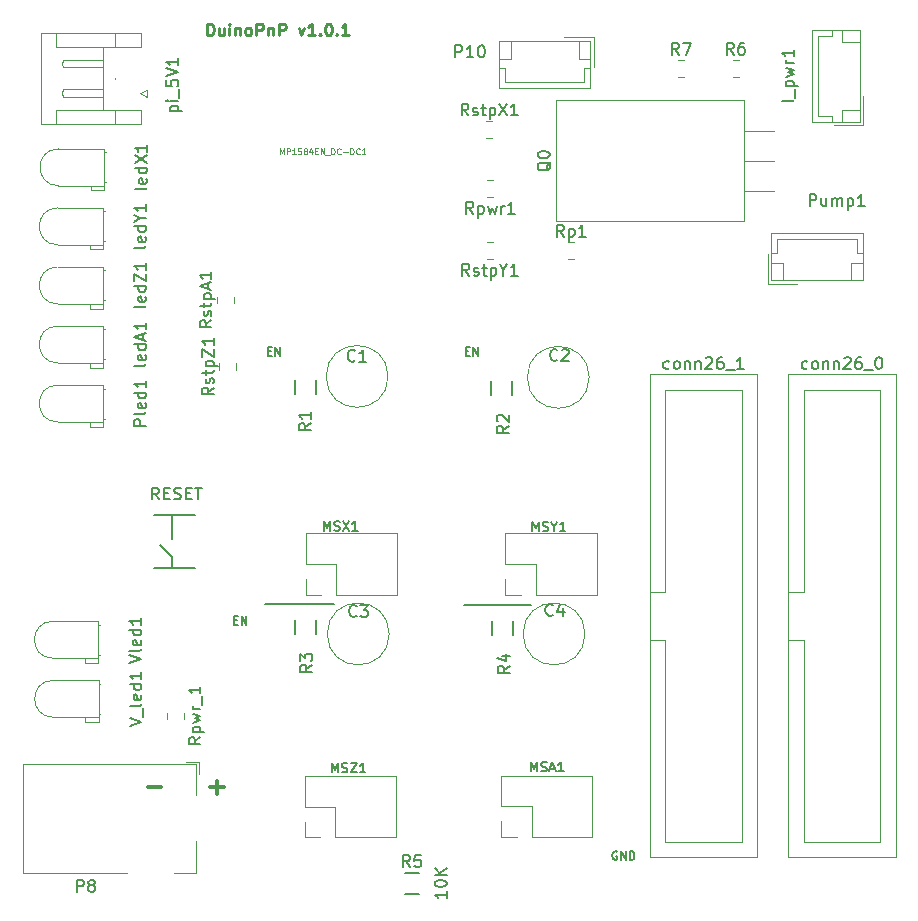
<source format=gto>
%TF.GenerationSoftware,KiCad,Pcbnew,5.1.6-c6e7f7d~87~ubuntu20.04.1*%
%TF.CreationDate,2021-12-05T16:45:17+01:00*%
%TF.ProjectId,sb-cnc-shield,73622d63-6e63-42d7-9368-69656c642e6b,rev?*%
%TF.SameCoordinates,Original*%
%TF.FileFunction,Legend,Top*%
%TF.FilePolarity,Positive*%
%FSLAX46Y46*%
G04 Gerber Fmt 4.6, Leading zero omitted, Abs format (unit mm)*
G04 Created by KiCad (PCBNEW 5.1.6-c6e7f7d~87~ubuntu20.04.1) date 2021-12-05 16:45:17*
%MOMM*%
%LPD*%
G01*
G04 APERTURE LIST*
%ADD10C,0.175000*%
%ADD11C,0.200000*%
%ADD12C,0.300000*%
%ADD13C,0.250000*%
%ADD14C,0.120000*%
%ADD15C,0.150000*%
%ADD16C,0.125000*%
%ADD17C,1.700000*%
%ADD18O,3.500000X3.500000*%
%ADD19R,2.000000X1.905000*%
%ADD20O,2.000000X1.905000*%
%ADD21O,2.000000X1.700000*%
%ADD22C,1.610000*%
%ADD23C,2.250000*%
%ADD24C,1.510000*%
%ADD25R,1.300000X0.700000*%
%ADD26R,0.700000X1.300000*%
%ADD27R,3.500000X3.500000*%
%ADD28C,1.600000*%
%ADD29O,1.700000X2.000000*%
%ADD30R,1.700000X1.700000*%
%ADD31O,1.700000X1.700000*%
%ADD32C,1.524000*%
%ADD33C,1.800000*%
%ADD34R,1.800000X1.800000*%
G04 APERTURE END LIST*
D10*
X158973586Y-114229400D02*
X158906920Y-114196066D01*
X158806920Y-114196066D01*
X158706920Y-114229400D01*
X158640253Y-114296066D01*
X158606920Y-114362733D01*
X158573586Y-114496066D01*
X158573586Y-114596066D01*
X158606920Y-114729400D01*
X158640253Y-114796066D01*
X158706920Y-114862733D01*
X158806920Y-114896066D01*
X158873586Y-114896066D01*
X158973586Y-114862733D01*
X159006920Y-114829400D01*
X159006920Y-114596066D01*
X158873586Y-114596066D01*
X159306920Y-114896066D02*
X159306920Y-114196066D01*
X159706920Y-114896066D01*
X159706920Y-114196066D01*
X160040253Y-114896066D02*
X160040253Y-114196066D01*
X160206920Y-114196066D01*
X160306920Y-114229400D01*
X160373586Y-114296066D01*
X160406920Y-114362733D01*
X160440253Y-114496066D01*
X160440253Y-114596066D01*
X160406920Y-114729400D01*
X160373586Y-114796066D01*
X160306920Y-114862733D01*
X160206920Y-114896066D01*
X160040253Y-114896066D01*
X126554453Y-94631040D02*
X126787786Y-94631040D01*
X126887786Y-94997706D02*
X126554453Y-94997706D01*
X126554453Y-94297706D01*
X126887786Y-94297706D01*
X127187786Y-94997706D02*
X127187786Y-94297706D01*
X127587786Y-94997706D01*
X127587786Y-94297706D01*
X129409413Y-71852320D02*
X129642746Y-71852320D01*
X129742746Y-72218986D02*
X129409413Y-72218986D01*
X129409413Y-71518986D01*
X129742746Y-71518986D01*
X130042746Y-72218986D02*
X130042746Y-71518986D01*
X130442746Y-72218986D01*
X130442746Y-71518986D01*
X146148013Y-71852320D02*
X146381346Y-71852320D01*
X146481346Y-72218986D02*
X146148013Y-72218986D01*
X146148013Y-71518986D01*
X146481346Y-71518986D01*
X146781346Y-72218986D02*
X146781346Y-71518986D01*
X147181346Y-72218986D01*
X147181346Y-71518986D01*
D11*
X145983960Y-93355160D02*
X151698960Y-93355160D01*
X129143760Y-93278960D02*
X134985760Y-93278960D01*
D12*
X119239114Y-108768342D02*
X120381971Y-108768342D01*
X124524828Y-108768342D02*
X125667685Y-108768342D01*
X125096257Y-109339771D02*
X125096257Y-108196914D01*
D13*
X124249609Y-45105580D02*
X124249609Y-44105580D01*
X124487704Y-44105580D01*
X124630561Y-44153200D01*
X124725800Y-44248438D01*
X124773419Y-44343676D01*
X124821038Y-44534152D01*
X124821038Y-44677009D01*
X124773419Y-44867485D01*
X124725800Y-44962723D01*
X124630561Y-45057961D01*
X124487704Y-45105580D01*
X124249609Y-45105580D01*
X125678180Y-44438914D02*
X125678180Y-45105580D01*
X125249609Y-44438914D02*
X125249609Y-44962723D01*
X125297228Y-45057961D01*
X125392466Y-45105580D01*
X125535323Y-45105580D01*
X125630561Y-45057961D01*
X125678180Y-45010342D01*
X126154371Y-45105580D02*
X126154371Y-44438914D01*
X126154371Y-44105580D02*
X126106752Y-44153200D01*
X126154371Y-44200819D01*
X126201990Y-44153200D01*
X126154371Y-44105580D01*
X126154371Y-44200819D01*
X126630561Y-44438914D02*
X126630561Y-45105580D01*
X126630561Y-44534152D02*
X126678180Y-44486533D01*
X126773419Y-44438914D01*
X126916276Y-44438914D01*
X127011514Y-44486533D01*
X127059133Y-44581771D01*
X127059133Y-45105580D01*
X127678180Y-45105580D02*
X127582942Y-45057961D01*
X127535323Y-45010342D01*
X127487704Y-44915104D01*
X127487704Y-44629390D01*
X127535323Y-44534152D01*
X127582942Y-44486533D01*
X127678180Y-44438914D01*
X127821038Y-44438914D01*
X127916276Y-44486533D01*
X127963895Y-44534152D01*
X128011514Y-44629390D01*
X128011514Y-44915104D01*
X127963895Y-45010342D01*
X127916276Y-45057961D01*
X127821038Y-45105580D01*
X127678180Y-45105580D01*
X128440085Y-45105580D02*
X128440085Y-44105580D01*
X128821038Y-44105580D01*
X128916276Y-44153200D01*
X128963895Y-44200819D01*
X129011514Y-44296057D01*
X129011514Y-44438914D01*
X128963895Y-44534152D01*
X128916276Y-44581771D01*
X128821038Y-44629390D01*
X128440085Y-44629390D01*
X129440085Y-44438914D02*
X129440085Y-45105580D01*
X129440085Y-44534152D02*
X129487704Y-44486533D01*
X129582942Y-44438914D01*
X129725800Y-44438914D01*
X129821038Y-44486533D01*
X129868657Y-44581771D01*
X129868657Y-45105580D01*
X130344847Y-45105580D02*
X130344847Y-44105580D01*
X130725800Y-44105580D01*
X130821038Y-44153200D01*
X130868657Y-44200819D01*
X130916276Y-44296057D01*
X130916276Y-44438914D01*
X130868657Y-44534152D01*
X130821038Y-44581771D01*
X130725800Y-44629390D01*
X130344847Y-44629390D01*
X132011514Y-44438914D02*
X132249609Y-45105580D01*
X132487704Y-44438914D01*
X133392466Y-45105580D02*
X132821038Y-45105580D01*
X133106752Y-45105580D02*
X133106752Y-44105580D01*
X133011514Y-44248438D01*
X132916276Y-44343676D01*
X132821038Y-44391295D01*
X133821038Y-45010342D02*
X133868657Y-45057961D01*
X133821038Y-45105580D01*
X133773419Y-45057961D01*
X133821038Y-45010342D01*
X133821038Y-45105580D01*
X134487704Y-44105580D02*
X134582942Y-44105580D01*
X134678180Y-44153200D01*
X134725800Y-44200819D01*
X134773419Y-44296057D01*
X134821038Y-44486533D01*
X134821038Y-44724628D01*
X134773419Y-44915104D01*
X134725800Y-45010342D01*
X134678180Y-45057961D01*
X134582942Y-45105580D01*
X134487704Y-45105580D01*
X134392466Y-45057961D01*
X134344847Y-45010342D01*
X134297228Y-44915104D01*
X134249609Y-44724628D01*
X134249609Y-44486533D01*
X134297228Y-44296057D01*
X134344847Y-44200819D01*
X134392466Y-44153200D01*
X134487704Y-44105580D01*
X135249609Y-45010342D02*
X135297228Y-45057961D01*
X135249609Y-45105580D01*
X135201990Y-45057961D01*
X135249609Y-45010342D01*
X135249609Y-45105580D01*
X136249609Y-45105580D02*
X135678180Y-45105580D01*
X135963895Y-45105580D02*
X135963895Y-44105580D01*
X135868657Y-44248438D01*
X135773419Y-44343676D01*
X135678180Y-44391295D01*
D14*
%TO.C,conn26_0*%
X173453000Y-73790000D02*
X182573000Y-73790000D01*
X182573000Y-73790000D02*
X182573000Y-114690000D01*
X182573000Y-114690000D02*
X173453000Y-114690000D01*
X173453000Y-114690000D02*
X173453000Y-73790000D01*
X173453000Y-92190000D02*
X174763000Y-92190000D01*
X174763000Y-92190000D02*
X174763000Y-75090000D01*
X174763000Y-75090000D02*
X181263000Y-75090000D01*
X181263000Y-75090000D02*
X181263000Y-113390000D01*
X181263000Y-113390000D02*
X174763000Y-113390000D01*
X174763000Y-113390000D02*
X174763000Y-96290000D01*
X174763000Y-96290000D02*
X174763000Y-96290000D01*
X174763000Y-96290000D02*
X173453000Y-96290000D01*
%TO.C,conn26_1*%
X163050000Y-96290000D02*
X161740000Y-96290000D01*
X163050000Y-96290000D02*
X163050000Y-96290000D01*
X163050000Y-113390000D02*
X163050000Y-96290000D01*
X169550000Y-113390000D02*
X163050000Y-113390000D01*
X169550000Y-75090000D02*
X169550000Y-113390000D01*
X163050000Y-75090000D02*
X169550000Y-75090000D01*
X163050000Y-92190000D02*
X163050000Y-75090000D01*
X161740000Y-92190000D02*
X163050000Y-92190000D01*
X161740000Y-114690000D02*
X161740000Y-73790000D01*
X170860000Y-114690000D02*
X161740000Y-114690000D01*
X170860000Y-73790000D02*
X170860000Y-114690000D01*
X161740000Y-73790000D02*
X170860000Y-73790000D01*
%TO.C,Q0*%
X169690000Y-60847600D02*
X169690000Y-50607600D01*
X153800000Y-60847600D02*
X153800000Y-50607600D01*
X153800000Y-60847600D02*
X169690000Y-60847600D01*
X153800000Y-50607600D02*
X169690000Y-50607600D01*
X169690000Y-58267600D02*
X172230000Y-58267600D01*
X169690000Y-55727600D02*
X172230000Y-55727600D01*
X169690000Y-53187600D02*
X172230000Y-53187600D01*
%TO.C,pi_5V1*%
X116450000Y-51390000D02*
X118650000Y-51390000D01*
X118650000Y-51390000D02*
X118650000Y-52610000D01*
X118650000Y-52610000D02*
X110230000Y-52610000D01*
X110230000Y-52610000D02*
X110230000Y-44890000D01*
X110230000Y-44890000D02*
X118650000Y-44890000D01*
X118650000Y-44890000D02*
X118650000Y-46110000D01*
X118650000Y-46110000D02*
X116450000Y-46110000D01*
X111450000Y-52610000D02*
X111450000Y-51390000D01*
X111450000Y-51390000D02*
X116450000Y-51390000D01*
X116450000Y-51390000D02*
X116450000Y-52610000D01*
X111450000Y-44890000D02*
X111450000Y-46110000D01*
X111450000Y-46110000D02*
X116450000Y-46110000D01*
X116450000Y-46110000D02*
X116450000Y-44890000D01*
X115450000Y-51390000D02*
X115450000Y-46110000D01*
X115450000Y-50000000D02*
X115450000Y-50320000D01*
X115450000Y-50320000D02*
X112030000Y-50320000D01*
X112030000Y-50320000D02*
X111950000Y-50000000D01*
X111950000Y-50000000D02*
X112030000Y-49680000D01*
X112030000Y-49680000D02*
X115450000Y-49680000D01*
X115450000Y-49680000D02*
X115450000Y-50000000D01*
X116450000Y-48830000D02*
X116450000Y-48670000D01*
X115450000Y-47500000D02*
X115450000Y-47820000D01*
X115450000Y-47820000D02*
X112030000Y-47820000D01*
X112030000Y-47820000D02*
X111950000Y-47500000D01*
X111950000Y-47500000D02*
X112030000Y-47180000D01*
X112030000Y-47180000D02*
X115450000Y-47180000D01*
X115450000Y-47180000D02*
X115450000Y-47500000D01*
X118540000Y-50000000D02*
X119140000Y-50300000D01*
X119140000Y-50300000D02*
X119140000Y-49700000D01*
X119140000Y-49700000D02*
X118540000Y-50000000D01*
D15*
%TO.C,SW1*%
X119773000Y-85731000D02*
X123273000Y-85731000D01*
X119773000Y-90231000D02*
X123273000Y-90231000D01*
X121273000Y-90231000D02*
X121273000Y-89231000D01*
X121273000Y-89231000D02*
X120273000Y-88231000D01*
X121273000Y-87731000D02*
X121273000Y-85731000D01*
%TO.C,R1*%
X131698000Y-75464000D02*
X131698000Y-74264000D01*
X133448000Y-74264000D02*
X133448000Y-75464000D01*
%TO.C,R2*%
X148335000Y-75540200D02*
X148335000Y-74340200D01*
X150085000Y-74340200D02*
X150085000Y-75540200D01*
%TO.C,R3*%
X131698000Y-95784000D02*
X131698000Y-94584000D01*
X133448000Y-94584000D02*
X133448000Y-95784000D01*
%TO.C,R4*%
X148411000Y-95860200D02*
X148411000Y-94660200D01*
X150161000Y-94660200D02*
X150161000Y-95860200D01*
%TO.C,R5*%
X142205000Y-117766000D02*
X141005000Y-117766000D01*
X141005000Y-116016000D02*
X142205000Y-116016000D01*
D14*
%TO.C,P8*%
X123338000Y-106820000D02*
X123338000Y-109420000D01*
X108638000Y-106820000D02*
X123338000Y-106820000D01*
X123338000Y-116020000D02*
X121438000Y-116020000D01*
X123338000Y-113320000D02*
X123338000Y-116020000D01*
X108638000Y-116020000D02*
X108638000Y-106820000D01*
X117438000Y-116020000D02*
X108638000Y-116020000D01*
X122488000Y-106620000D02*
X123538000Y-106620000D01*
X123538000Y-107670000D02*
X123538000Y-106620000D01*
%TO.C,C1*%
X139576000Y-73980100D02*
G75*
G03*
X139576000Y-73980100I-2620000J0D01*
G01*
%TO.C,C2*%
X156609000Y-74051200D02*
G75*
G03*
X156609000Y-74051200I-2620000J0D01*
G01*
%TO.C,C3*%
X139672000Y-95778400D02*
G75*
G03*
X139672000Y-95778400I-2620000J0D01*
G01*
%TO.C,C4*%
X156253000Y-95778400D02*
G75*
G03*
X156253000Y-95778400I-2620000J0D01*
G01*
%TO.C,R6*%
X168753422Y-48639800D02*
X169270578Y-48639800D01*
X168753422Y-47219800D02*
X169270578Y-47219800D01*
%TO.C,R7*%
X164104422Y-47219800D02*
X164621578Y-47219800D01*
X164104422Y-48639800D02*
X164621578Y-48639800D01*
%TO.C,l_pwr1*%
X175480000Y-52394000D02*
X179500000Y-52394000D01*
X179500000Y-52394000D02*
X179500000Y-44674000D01*
X179500000Y-44674000D02*
X175480000Y-44674000D01*
X175480000Y-44674000D02*
X175480000Y-52394000D01*
X177190000Y-52394000D02*
X177190000Y-51894000D01*
X177190000Y-51894000D02*
X175980000Y-51894000D01*
X175980000Y-51894000D02*
X175980000Y-45174000D01*
X175980000Y-45174000D02*
X177190000Y-45174000D01*
X177190000Y-45174000D02*
X177190000Y-44674000D01*
X178000000Y-52394000D02*
X178000000Y-51394000D01*
X178000000Y-51394000D02*
X179500000Y-51394000D01*
X178000000Y-44674000D02*
X178000000Y-45674000D01*
X178000000Y-45674000D02*
X179500000Y-45674000D01*
X177300000Y-52694000D02*
X179800000Y-52694000D01*
X179800000Y-52694000D02*
X179800000Y-50194000D01*
%TO.C,Pump1*%
X171740000Y-66135400D02*
X174240000Y-66135400D01*
X171740000Y-63635400D02*
X171740000Y-66135400D01*
X178760000Y-64335400D02*
X178760000Y-65835400D01*
X179760000Y-64335400D02*
X178760000Y-64335400D01*
X173040000Y-64335400D02*
X173040000Y-65835400D01*
X172040000Y-64335400D02*
X173040000Y-64335400D01*
X179260000Y-63525400D02*
X179760000Y-63525400D01*
X179260000Y-62315400D02*
X179260000Y-63525400D01*
X172540000Y-62315400D02*
X179260000Y-62315400D01*
X172540000Y-63525400D02*
X172540000Y-62315400D01*
X172040000Y-63525400D02*
X172540000Y-63525400D01*
X179760000Y-61815400D02*
X172040000Y-61815400D01*
X179760000Y-65835400D02*
X179760000Y-61815400D01*
X172040000Y-65835400D02*
X179760000Y-65835400D01*
X172040000Y-61815400D02*
X172040000Y-65835400D01*
%TO.C,MSA1*%
X156890000Y-112973000D02*
X156890000Y-107773000D01*
X151750000Y-112973000D02*
X156890000Y-112973000D01*
X149150000Y-107773000D02*
X156890000Y-107773000D01*
X151750000Y-112973000D02*
X151750000Y-110373000D01*
X151750000Y-110373000D02*
X149150000Y-110373000D01*
X149150000Y-110373000D02*
X149150000Y-107773000D01*
X150480000Y-112973000D02*
X149150000Y-112973000D01*
X149150000Y-112973000D02*
X149150000Y-111643000D01*
%TO.C,MSY1*%
X157245000Y-92475400D02*
X157245000Y-87275400D01*
X152105000Y-92475400D02*
X157245000Y-92475400D01*
X149505000Y-87275400D02*
X157245000Y-87275400D01*
X152105000Y-92475400D02*
X152105000Y-89875400D01*
X152105000Y-89875400D02*
X149505000Y-89875400D01*
X149505000Y-89875400D02*
X149505000Y-87275400D01*
X150835000Y-92475400D02*
X149505000Y-92475400D01*
X149505000Y-92475400D02*
X149505000Y-91145400D01*
%TO.C,MSZ1*%
X132513000Y-112999000D02*
X132513000Y-111669000D01*
X133843000Y-112999000D02*
X132513000Y-112999000D01*
X132513000Y-110399000D02*
X132513000Y-107799000D01*
X135113000Y-110399000D02*
X132513000Y-110399000D01*
X135113000Y-112999000D02*
X135113000Y-110399000D01*
X132513000Y-107799000D02*
X140253000Y-107799000D01*
X135113000Y-112999000D02*
X140253000Y-112999000D01*
X140253000Y-112999000D02*
X140253000Y-107799000D01*
%TO.C,MSX1*%
X140355000Y-92475400D02*
X140355000Y-87275400D01*
X135215000Y-92475400D02*
X140355000Y-92475400D01*
X132615000Y-87275400D02*
X140355000Y-87275400D01*
X135215000Y-92475400D02*
X135215000Y-89875400D01*
X135215000Y-89875400D02*
X132615000Y-89875400D01*
X132615000Y-89875400D02*
X132615000Y-87275400D01*
X133945000Y-92475400D02*
X132615000Y-92475400D01*
X132615000Y-92475400D02*
X132615000Y-91145400D01*
%TO.C,Pled1*%
X111607000Y-77830000D02*
G75*
G02*
X111607000Y-74710000I0J1560000D01*
G01*
X115467000Y-74710000D02*
X111607000Y-74710000D01*
X115467000Y-77830000D02*
X111607000Y-77830000D01*
X115467000Y-74710000D02*
X115467000Y-77830000D01*
X115467000Y-78230000D02*
X114347000Y-78230000D01*
X114347000Y-78230000D02*
X114347000Y-77830000D01*
X114347000Y-77830000D02*
X115467000Y-77830000D01*
X115467000Y-77830000D02*
X115467000Y-78230000D01*
X115597000Y-75000000D02*
X115467000Y-75000000D01*
X115467000Y-75000000D02*
X115467000Y-75000000D01*
X115467000Y-75000000D02*
X115597000Y-75000000D01*
X115597000Y-75000000D02*
X115597000Y-75000000D01*
X115597000Y-77540000D02*
X115467000Y-77540000D01*
X115467000Y-77540000D02*
X115467000Y-77540000D01*
X115467000Y-77540000D02*
X115597000Y-77540000D01*
X115597000Y-77540000D02*
X115597000Y-77540000D01*
%TO.C,Vled1*%
X115186000Y-97540000D02*
X115186000Y-97540000D01*
X115056000Y-97540000D02*
X115186000Y-97540000D01*
X115056000Y-97540000D02*
X115056000Y-97540000D01*
X115186000Y-97540000D02*
X115056000Y-97540000D01*
X115186000Y-95000000D02*
X115186000Y-95000000D01*
X115056000Y-95000000D02*
X115186000Y-95000000D01*
X115056000Y-95000000D02*
X115056000Y-95000000D01*
X115186000Y-95000000D02*
X115056000Y-95000000D01*
X115056000Y-97830000D02*
X115056000Y-98230000D01*
X113936000Y-97830000D02*
X115056000Y-97830000D01*
X113936000Y-98230000D02*
X113936000Y-97830000D01*
X115056000Y-98230000D02*
X113936000Y-98230000D01*
X115056000Y-94710000D02*
X115056000Y-97830000D01*
X115056000Y-97830000D02*
X111196000Y-97830000D01*
X115056000Y-94710000D02*
X111196000Y-94710000D01*
X111196000Y-97830000D02*
G75*
G02*
X111196000Y-94710000I0J1560000D01*
G01*
%TO.C,ledA1*%
X111607000Y-72830000D02*
G75*
G02*
X111607000Y-69710000I0J1560000D01*
G01*
X115467000Y-69710000D02*
X111607000Y-69710000D01*
X115467000Y-72830000D02*
X111607000Y-72830000D01*
X115467000Y-69710000D02*
X115467000Y-72830000D01*
X115467000Y-73230000D02*
X114347000Y-73230000D01*
X114347000Y-73230000D02*
X114347000Y-72830000D01*
X114347000Y-72830000D02*
X115467000Y-72830000D01*
X115467000Y-72830000D02*
X115467000Y-73230000D01*
X115597000Y-70000000D02*
X115467000Y-70000000D01*
X115467000Y-70000000D02*
X115467000Y-70000000D01*
X115467000Y-70000000D02*
X115597000Y-70000000D01*
X115597000Y-70000000D02*
X115597000Y-70000000D01*
X115597000Y-72540000D02*
X115467000Y-72540000D01*
X115467000Y-72540000D02*
X115467000Y-72540000D01*
X115467000Y-72540000D02*
X115597000Y-72540000D01*
X115597000Y-72540000D02*
X115597000Y-72540000D01*
%TO.C,V_led1*%
X115211000Y-102540000D02*
X115211000Y-102540000D01*
X115081000Y-102540000D02*
X115211000Y-102540000D01*
X115081000Y-102540000D02*
X115081000Y-102540000D01*
X115211000Y-102540000D02*
X115081000Y-102540000D01*
X115211000Y-100000000D02*
X115211000Y-100000000D01*
X115081000Y-100000000D02*
X115211000Y-100000000D01*
X115081000Y-100000000D02*
X115081000Y-100000000D01*
X115211000Y-100000000D02*
X115081000Y-100000000D01*
X115081000Y-102830000D02*
X115081000Y-103230000D01*
X113961000Y-102830000D02*
X115081000Y-102830000D01*
X113961000Y-103230000D02*
X113961000Y-102830000D01*
X115081000Y-103230000D02*
X113961000Y-103230000D01*
X115081000Y-99710000D02*
X115081000Y-102830000D01*
X115081000Y-102830000D02*
X111221000Y-102830000D01*
X115081000Y-99710000D02*
X111221000Y-99710000D01*
X111221000Y-102830000D02*
G75*
G02*
X111221000Y-99710000I0J1560000D01*
G01*
%TO.C,Rp1*%
X154823422Y-64047400D02*
X155340578Y-64047400D01*
X154823422Y-62627400D02*
X155340578Y-62627400D01*
%TO.C,Rpwr1*%
X148503578Y-58804900D02*
X147986422Y-58804900D01*
X148503578Y-57384900D02*
X147986422Y-57384900D01*
%TO.C,Rpwr_1*%
X122305000Y-102438422D02*
X122305000Y-102955578D01*
X120885000Y-102438422D02*
X120885000Y-102955578D01*
%TO.C,RstpA1*%
X126537000Y-67754278D02*
X126537000Y-67237122D01*
X125117000Y-67754278D02*
X125117000Y-67237122D01*
%TO.C,ledX1*%
X111673000Y-57830000D02*
G75*
G02*
X111673000Y-54710000I0J1560000D01*
G01*
X115533000Y-54710000D02*
X111673000Y-54710000D01*
X115533000Y-57830000D02*
X111673000Y-57830000D01*
X115533000Y-54710000D02*
X115533000Y-57830000D01*
X115533000Y-58230000D02*
X114413000Y-58230000D01*
X114413000Y-58230000D02*
X114413000Y-57830000D01*
X114413000Y-57830000D02*
X115533000Y-57830000D01*
X115533000Y-57830000D02*
X115533000Y-58230000D01*
X115663000Y-55000000D02*
X115533000Y-55000000D01*
X115533000Y-55000000D02*
X115533000Y-55000000D01*
X115533000Y-55000000D02*
X115663000Y-55000000D01*
X115663000Y-55000000D02*
X115663000Y-55000000D01*
X115663000Y-57540000D02*
X115533000Y-57540000D01*
X115533000Y-57540000D02*
X115533000Y-57540000D01*
X115533000Y-57540000D02*
X115663000Y-57540000D01*
X115663000Y-57540000D02*
X115663000Y-57540000D01*
%TO.C,ledY1*%
X115597000Y-62540000D02*
X115597000Y-62540000D01*
X115467000Y-62540000D02*
X115597000Y-62540000D01*
X115467000Y-62540000D02*
X115467000Y-62540000D01*
X115597000Y-62540000D02*
X115467000Y-62540000D01*
X115597000Y-60000000D02*
X115597000Y-60000000D01*
X115467000Y-60000000D02*
X115597000Y-60000000D01*
X115467000Y-60000000D02*
X115467000Y-60000000D01*
X115597000Y-60000000D02*
X115467000Y-60000000D01*
X115467000Y-62830000D02*
X115467000Y-63230000D01*
X114347000Y-62830000D02*
X115467000Y-62830000D01*
X114347000Y-63230000D02*
X114347000Y-62830000D01*
X115467000Y-63230000D02*
X114347000Y-63230000D01*
X115467000Y-59710000D02*
X115467000Y-62830000D01*
X115467000Y-62830000D02*
X111607000Y-62830000D01*
X115467000Y-59710000D02*
X111607000Y-59710000D01*
X111607000Y-62830000D02*
G75*
G02*
X111607000Y-59710000I0J1560000D01*
G01*
%TO.C,ledZ1*%
X115597000Y-67540000D02*
X115597000Y-67540000D01*
X115467000Y-67540000D02*
X115597000Y-67540000D01*
X115467000Y-67540000D02*
X115467000Y-67540000D01*
X115597000Y-67540000D02*
X115467000Y-67540000D01*
X115597000Y-65000000D02*
X115597000Y-65000000D01*
X115467000Y-65000000D02*
X115597000Y-65000000D01*
X115467000Y-65000000D02*
X115467000Y-65000000D01*
X115597000Y-65000000D02*
X115467000Y-65000000D01*
X115467000Y-67830000D02*
X115467000Y-68230000D01*
X114347000Y-67830000D02*
X115467000Y-67830000D01*
X114347000Y-68230000D02*
X114347000Y-67830000D01*
X115467000Y-68230000D02*
X114347000Y-68230000D01*
X115467000Y-64710000D02*
X115467000Y-67830000D01*
X115467000Y-67830000D02*
X111607000Y-67830000D01*
X115467000Y-64710000D02*
X111607000Y-64710000D01*
X111607000Y-67830000D02*
G75*
G02*
X111607000Y-64710000I0J1560000D01*
G01*
%TO.C,RstpX1*%
X147901422Y-52370900D02*
X148418578Y-52370900D01*
X147901422Y-53790900D02*
X148418578Y-53790900D01*
%TO.C,RstpY1*%
X148442578Y-62627400D02*
X147925422Y-62627400D01*
X148442578Y-64047400D02*
X147925422Y-64047400D01*
%TO.C,RstpZ1*%
X126730000Y-73395378D02*
X126730000Y-72878222D01*
X125310000Y-73395378D02*
X125310000Y-72878222D01*
%TO.C,P10*%
X157012000Y-45269000D02*
X154512000Y-45269000D01*
X157012000Y-47769000D02*
X157012000Y-45269000D01*
X149992000Y-47069000D02*
X149992000Y-45569000D01*
X148992000Y-47069000D02*
X149992000Y-47069000D01*
X155712000Y-47069000D02*
X155712000Y-45569000D01*
X156712000Y-47069000D02*
X155712000Y-47069000D01*
X149492000Y-47879000D02*
X148992000Y-47879000D01*
X149492000Y-49089000D02*
X149492000Y-47879000D01*
X156212000Y-49089000D02*
X149492000Y-49089000D01*
X156212000Y-47879000D02*
X156212000Y-49089000D01*
X156712000Y-47879000D02*
X156212000Y-47879000D01*
X148992000Y-49589000D02*
X156712000Y-49589000D01*
X148992000Y-45569000D02*
X148992000Y-49589000D01*
X156712000Y-45569000D02*
X148992000Y-45569000D01*
X156712000Y-49589000D02*
X156712000Y-45569000D01*
%TO.C,conn26_0*%
D15*
X175084428Y-73304761D02*
X174989190Y-73352380D01*
X174798714Y-73352380D01*
X174703476Y-73304761D01*
X174655857Y-73257142D01*
X174608238Y-73161904D01*
X174608238Y-72876190D01*
X174655857Y-72780952D01*
X174703476Y-72733333D01*
X174798714Y-72685714D01*
X174989190Y-72685714D01*
X175084428Y-72733333D01*
X175655857Y-73352380D02*
X175560619Y-73304761D01*
X175513000Y-73257142D01*
X175465380Y-73161904D01*
X175465380Y-72876190D01*
X175513000Y-72780952D01*
X175560619Y-72733333D01*
X175655857Y-72685714D01*
X175798714Y-72685714D01*
X175893952Y-72733333D01*
X175941571Y-72780952D01*
X175989190Y-72876190D01*
X175989190Y-73161904D01*
X175941571Y-73257142D01*
X175893952Y-73304761D01*
X175798714Y-73352380D01*
X175655857Y-73352380D01*
X176417761Y-72685714D02*
X176417761Y-73352380D01*
X176417761Y-72780952D02*
X176465380Y-72733333D01*
X176560619Y-72685714D01*
X176703476Y-72685714D01*
X176798714Y-72733333D01*
X176846333Y-72828571D01*
X176846333Y-73352380D01*
X177322523Y-72685714D02*
X177322523Y-73352380D01*
X177322523Y-72780952D02*
X177370142Y-72733333D01*
X177465380Y-72685714D01*
X177608238Y-72685714D01*
X177703476Y-72733333D01*
X177751095Y-72828571D01*
X177751095Y-73352380D01*
X178179666Y-72447619D02*
X178227285Y-72400000D01*
X178322523Y-72352380D01*
X178560619Y-72352380D01*
X178655857Y-72400000D01*
X178703476Y-72447619D01*
X178751095Y-72542857D01*
X178751095Y-72638095D01*
X178703476Y-72780952D01*
X178132047Y-73352380D01*
X178751095Y-73352380D01*
X179608238Y-72352380D02*
X179417761Y-72352380D01*
X179322523Y-72400000D01*
X179274904Y-72447619D01*
X179179666Y-72590476D01*
X179132047Y-72780952D01*
X179132047Y-73161904D01*
X179179666Y-73257142D01*
X179227285Y-73304761D01*
X179322523Y-73352380D01*
X179513000Y-73352380D01*
X179608238Y-73304761D01*
X179655857Y-73257142D01*
X179703476Y-73161904D01*
X179703476Y-72923809D01*
X179655857Y-72828571D01*
X179608238Y-72780952D01*
X179513000Y-72733333D01*
X179322523Y-72733333D01*
X179227285Y-72780952D01*
X179179666Y-72828571D01*
X179132047Y-72923809D01*
X179893952Y-73447619D02*
X180655857Y-73447619D01*
X181084428Y-72352380D02*
X181179666Y-72352380D01*
X181274904Y-72400000D01*
X181322523Y-72447619D01*
X181370142Y-72542857D01*
X181417761Y-72733333D01*
X181417761Y-72971428D01*
X181370142Y-73161904D01*
X181322523Y-73257142D01*
X181274904Y-73304761D01*
X181179666Y-73352380D01*
X181084428Y-73352380D01*
X180989190Y-73304761D01*
X180941571Y-73257142D01*
X180893952Y-73161904D01*
X180846333Y-72971428D01*
X180846333Y-72733333D01*
X180893952Y-72542857D01*
X180941571Y-72447619D01*
X180989190Y-72400000D01*
X181084428Y-72352380D01*
%TO.C,conn26_1*%
X163371428Y-73304761D02*
X163276190Y-73352380D01*
X163085714Y-73352380D01*
X162990476Y-73304761D01*
X162942857Y-73257142D01*
X162895238Y-73161904D01*
X162895238Y-72876190D01*
X162942857Y-72780952D01*
X162990476Y-72733333D01*
X163085714Y-72685714D01*
X163276190Y-72685714D01*
X163371428Y-72733333D01*
X163942857Y-73352380D02*
X163847619Y-73304761D01*
X163800000Y-73257142D01*
X163752380Y-73161904D01*
X163752380Y-72876190D01*
X163800000Y-72780952D01*
X163847619Y-72733333D01*
X163942857Y-72685714D01*
X164085714Y-72685714D01*
X164180952Y-72733333D01*
X164228571Y-72780952D01*
X164276190Y-72876190D01*
X164276190Y-73161904D01*
X164228571Y-73257142D01*
X164180952Y-73304761D01*
X164085714Y-73352380D01*
X163942857Y-73352380D01*
X164704761Y-72685714D02*
X164704761Y-73352380D01*
X164704761Y-72780952D02*
X164752380Y-72733333D01*
X164847619Y-72685714D01*
X164990476Y-72685714D01*
X165085714Y-72733333D01*
X165133333Y-72828571D01*
X165133333Y-73352380D01*
X165609523Y-72685714D02*
X165609523Y-73352380D01*
X165609523Y-72780952D02*
X165657142Y-72733333D01*
X165752380Y-72685714D01*
X165895238Y-72685714D01*
X165990476Y-72733333D01*
X166038095Y-72828571D01*
X166038095Y-73352380D01*
X166466666Y-72447619D02*
X166514285Y-72400000D01*
X166609523Y-72352380D01*
X166847619Y-72352380D01*
X166942857Y-72400000D01*
X166990476Y-72447619D01*
X167038095Y-72542857D01*
X167038095Y-72638095D01*
X166990476Y-72780952D01*
X166419047Y-73352380D01*
X167038095Y-73352380D01*
X167895238Y-72352380D02*
X167704761Y-72352380D01*
X167609523Y-72400000D01*
X167561904Y-72447619D01*
X167466666Y-72590476D01*
X167419047Y-72780952D01*
X167419047Y-73161904D01*
X167466666Y-73257142D01*
X167514285Y-73304761D01*
X167609523Y-73352380D01*
X167800000Y-73352380D01*
X167895238Y-73304761D01*
X167942857Y-73257142D01*
X167990476Y-73161904D01*
X167990476Y-72923809D01*
X167942857Y-72828571D01*
X167895238Y-72780952D01*
X167800000Y-72733333D01*
X167609523Y-72733333D01*
X167514285Y-72780952D01*
X167466666Y-72828571D01*
X167419047Y-72923809D01*
X168180952Y-73447619D02*
X168942857Y-73447619D01*
X169704761Y-73352380D02*
X169133333Y-73352380D01*
X169419047Y-73352380D02*
X169419047Y-72352380D01*
X169323809Y-72495238D01*
X169228571Y-72590476D01*
X169133333Y-72638095D01*
%TO.C,Q0*%
X153347619Y-55822838D02*
X153300000Y-55918076D01*
X153204761Y-56013314D01*
X153061904Y-56156171D01*
X153014285Y-56251409D01*
X153014285Y-56346647D01*
X153252380Y-56299028D02*
X153204761Y-56394266D01*
X153109523Y-56489504D01*
X152919047Y-56537123D01*
X152585714Y-56537123D01*
X152395238Y-56489504D01*
X152300000Y-56394266D01*
X152252380Y-56299028D01*
X152252380Y-56108552D01*
X152300000Y-56013314D01*
X152395238Y-55918076D01*
X152585714Y-55870457D01*
X152919047Y-55870457D01*
X153109523Y-55918076D01*
X153204761Y-56013314D01*
X153252380Y-56108552D01*
X153252380Y-56299028D01*
X152252380Y-55251409D02*
X152252380Y-55156171D01*
X152300000Y-55060933D01*
X152347619Y-55013314D01*
X152442857Y-54965695D01*
X152633333Y-54918076D01*
X152871428Y-54918076D01*
X153061904Y-54965695D01*
X153157142Y-55013314D01*
X153204761Y-55060933D01*
X153252380Y-55156171D01*
X153252380Y-55251409D01*
X153204761Y-55346647D01*
X153157142Y-55394266D01*
X153061904Y-55441885D01*
X152871428Y-55489504D01*
X152633333Y-55489504D01*
X152442857Y-55441885D01*
X152347619Y-55394266D01*
X152300000Y-55346647D01*
X152252380Y-55251409D01*
%TO.C,pi_5V1*%
X121146914Y-51523405D02*
X122146914Y-51523405D01*
X121194533Y-51523405D02*
X121146914Y-51428167D01*
X121146914Y-51237691D01*
X121194533Y-51142453D01*
X121242152Y-51094834D01*
X121337390Y-51047215D01*
X121623104Y-51047215D01*
X121718342Y-51094834D01*
X121765961Y-51142453D01*
X121813580Y-51237691D01*
X121813580Y-51428167D01*
X121765961Y-51523405D01*
X121813580Y-50618643D02*
X121146914Y-50618643D01*
X120813580Y-50618643D02*
X120861200Y-50666262D01*
X120908819Y-50618643D01*
X120861200Y-50571024D01*
X120813580Y-50618643D01*
X120908819Y-50618643D01*
X121908819Y-50380548D02*
X121908819Y-49618643D01*
X120813580Y-48904358D02*
X120813580Y-49380548D01*
X121289771Y-49428167D01*
X121242152Y-49380548D01*
X121194533Y-49285310D01*
X121194533Y-49047215D01*
X121242152Y-48951977D01*
X121289771Y-48904358D01*
X121385009Y-48856739D01*
X121623104Y-48856739D01*
X121718342Y-48904358D01*
X121765961Y-48951977D01*
X121813580Y-49047215D01*
X121813580Y-49285310D01*
X121765961Y-49380548D01*
X121718342Y-49428167D01*
X120813580Y-48571024D02*
X121813580Y-48237691D01*
X120813580Y-47904358D01*
X121813580Y-47047215D02*
X121813580Y-47618643D01*
X121813580Y-47332929D02*
X120813580Y-47332929D01*
X120956438Y-47428167D01*
X121051676Y-47523405D01*
X121099295Y-47618643D01*
%TO.C,SW1*%
X120186119Y-84396880D02*
X119852785Y-83920690D01*
X119614690Y-84396880D02*
X119614690Y-83396880D01*
X119995642Y-83396880D01*
X120090880Y-83444500D01*
X120138500Y-83492119D01*
X120186119Y-83587357D01*
X120186119Y-83730214D01*
X120138500Y-83825452D01*
X120090880Y-83873071D01*
X119995642Y-83920690D01*
X119614690Y-83920690D01*
X120614690Y-83873071D02*
X120948023Y-83873071D01*
X121090880Y-84396880D02*
X120614690Y-84396880D01*
X120614690Y-83396880D01*
X121090880Y-83396880D01*
X121471833Y-84349261D02*
X121614690Y-84396880D01*
X121852785Y-84396880D01*
X121948023Y-84349261D01*
X121995642Y-84301642D01*
X122043261Y-84206404D01*
X122043261Y-84111166D01*
X121995642Y-84015928D01*
X121948023Y-83968309D01*
X121852785Y-83920690D01*
X121662309Y-83873071D01*
X121567071Y-83825452D01*
X121519452Y-83777833D01*
X121471833Y-83682595D01*
X121471833Y-83587357D01*
X121519452Y-83492119D01*
X121567071Y-83444500D01*
X121662309Y-83396880D01*
X121900404Y-83396880D01*
X122043261Y-83444500D01*
X122471833Y-83873071D02*
X122805166Y-83873071D01*
X122948023Y-84396880D02*
X122471833Y-84396880D01*
X122471833Y-83396880D01*
X122948023Y-83396880D01*
X123233738Y-83396880D02*
X123805166Y-83396880D01*
X123519452Y-84396880D02*
X123519452Y-83396880D01*
%TO.C,R1*%
X133025380Y-77951666D02*
X132549190Y-78285000D01*
X133025380Y-78523095D02*
X132025380Y-78523095D01*
X132025380Y-78142142D01*
X132073000Y-78046904D01*
X132120619Y-77999285D01*
X132215857Y-77951666D01*
X132358714Y-77951666D01*
X132453952Y-77999285D01*
X132501571Y-78046904D01*
X132549190Y-78142142D01*
X132549190Y-78523095D01*
X133025380Y-76999285D02*
X133025380Y-77570714D01*
X133025380Y-77285000D02*
X132025380Y-77285000D01*
X132168238Y-77380238D01*
X132263476Y-77475476D01*
X132311095Y-77570714D01*
%TO.C,R2*%
X149789380Y-78154866D02*
X149313190Y-78488200D01*
X149789380Y-78726295D02*
X148789380Y-78726295D01*
X148789380Y-78345342D01*
X148837000Y-78250104D01*
X148884619Y-78202485D01*
X148979857Y-78154866D01*
X149122714Y-78154866D01*
X149217952Y-78202485D01*
X149265571Y-78250104D01*
X149313190Y-78345342D01*
X149313190Y-78726295D01*
X148884619Y-77773914D02*
X148837000Y-77726295D01*
X148789380Y-77631057D01*
X148789380Y-77392961D01*
X148837000Y-77297723D01*
X148884619Y-77250104D01*
X148979857Y-77202485D01*
X149075095Y-77202485D01*
X149217952Y-77250104D01*
X149789380Y-77821533D01*
X149789380Y-77202485D01*
%TO.C,R3*%
X133152380Y-98398666D02*
X132676190Y-98732000D01*
X133152380Y-98970095D02*
X132152380Y-98970095D01*
X132152380Y-98589142D01*
X132200000Y-98493904D01*
X132247619Y-98446285D01*
X132342857Y-98398666D01*
X132485714Y-98398666D01*
X132580952Y-98446285D01*
X132628571Y-98493904D01*
X132676190Y-98589142D01*
X132676190Y-98970095D01*
X132152380Y-98065333D02*
X132152380Y-97446285D01*
X132533333Y-97779619D01*
X132533333Y-97636761D01*
X132580952Y-97541523D01*
X132628571Y-97493904D01*
X132723809Y-97446285D01*
X132961904Y-97446285D01*
X133057142Y-97493904D01*
X133104761Y-97541523D01*
X133152380Y-97636761D01*
X133152380Y-97922476D01*
X133104761Y-98017714D01*
X133057142Y-98065333D01*
%TO.C,R4*%
X149865380Y-98474866D02*
X149389190Y-98808200D01*
X149865380Y-99046295D02*
X148865380Y-99046295D01*
X148865380Y-98665342D01*
X148913000Y-98570104D01*
X148960619Y-98522485D01*
X149055857Y-98474866D01*
X149198714Y-98474866D01*
X149293952Y-98522485D01*
X149341571Y-98570104D01*
X149389190Y-98665342D01*
X149389190Y-99046295D01*
X149198714Y-97617723D02*
X149865380Y-97617723D01*
X148817761Y-97855819D02*
X149532047Y-98093914D01*
X149532047Y-97474866D01*
%TO.C,R5*%
X141438333Y-115501880D02*
X141105000Y-115025690D01*
X140866904Y-115501880D02*
X140866904Y-114501880D01*
X141247857Y-114501880D01*
X141343095Y-114549500D01*
X141390714Y-114597119D01*
X141438333Y-114692357D01*
X141438333Y-114835214D01*
X141390714Y-114930452D01*
X141343095Y-114978071D01*
X141247857Y-115025690D01*
X140866904Y-115025690D01*
X142343095Y-114501880D02*
X141866904Y-114501880D01*
X141819285Y-114978071D01*
X141866904Y-114930452D01*
X141962142Y-114882833D01*
X142200238Y-114882833D01*
X142295476Y-114930452D01*
X142343095Y-114978071D01*
X142390714Y-115073309D01*
X142390714Y-115311404D01*
X142343095Y-115406642D01*
X142295476Y-115454261D01*
X142200238Y-115501880D01*
X141962142Y-115501880D01*
X141866904Y-115454261D01*
X141819285Y-115406642D01*
X144533880Y-117581476D02*
X144533880Y-118152904D01*
X144533880Y-117867190D02*
X143533880Y-117867190D01*
X143676738Y-117962428D01*
X143771976Y-118057666D01*
X143819595Y-118152904D01*
X143533880Y-116962428D02*
X143533880Y-116867190D01*
X143581500Y-116771952D01*
X143629119Y-116724333D01*
X143724357Y-116676714D01*
X143914833Y-116629095D01*
X144152928Y-116629095D01*
X144343404Y-116676714D01*
X144438642Y-116724333D01*
X144486261Y-116771952D01*
X144533880Y-116867190D01*
X144533880Y-116962428D01*
X144486261Y-117057666D01*
X144438642Y-117105285D01*
X144343404Y-117152904D01*
X144152928Y-117200523D01*
X143914833Y-117200523D01*
X143724357Y-117152904D01*
X143629119Y-117105285D01*
X143581500Y-117057666D01*
X143533880Y-116962428D01*
X144533880Y-116200523D02*
X143533880Y-116200523D01*
X144533880Y-115629095D02*
X143962452Y-116057666D01*
X143533880Y-115629095D02*
X144105309Y-116200523D01*
%TO.C,P8*%
X113249904Y-117622380D02*
X113249904Y-116622380D01*
X113630857Y-116622380D01*
X113726095Y-116670000D01*
X113773714Y-116717619D01*
X113821333Y-116812857D01*
X113821333Y-116955714D01*
X113773714Y-117050952D01*
X113726095Y-117098571D01*
X113630857Y-117146190D01*
X113249904Y-117146190D01*
X114392761Y-117050952D02*
X114297523Y-117003333D01*
X114249904Y-116955714D01*
X114202285Y-116860476D01*
X114202285Y-116812857D01*
X114249904Y-116717619D01*
X114297523Y-116670000D01*
X114392761Y-116622380D01*
X114583238Y-116622380D01*
X114678476Y-116670000D01*
X114726095Y-116717619D01*
X114773714Y-116812857D01*
X114773714Y-116860476D01*
X114726095Y-116955714D01*
X114678476Y-117003333D01*
X114583238Y-117050952D01*
X114392761Y-117050952D01*
X114297523Y-117098571D01*
X114249904Y-117146190D01*
X114202285Y-117241428D01*
X114202285Y-117431904D01*
X114249904Y-117527142D01*
X114297523Y-117574761D01*
X114392761Y-117622380D01*
X114583238Y-117622380D01*
X114678476Y-117574761D01*
X114726095Y-117527142D01*
X114773714Y-117431904D01*
X114773714Y-117241428D01*
X114726095Y-117146190D01*
X114678476Y-117098571D01*
X114583238Y-117050952D01*
%TO.C,C1*%
X136780213Y-72620182D02*
X136732594Y-72667801D01*
X136589737Y-72715420D01*
X136494499Y-72715420D01*
X136351641Y-72667801D01*
X136256403Y-72572563D01*
X136208784Y-72477325D01*
X136161165Y-72286849D01*
X136161165Y-72143992D01*
X136208784Y-71953516D01*
X136256403Y-71858278D01*
X136351641Y-71763040D01*
X136494499Y-71715420D01*
X136589737Y-71715420D01*
X136732594Y-71763040D01*
X136780213Y-71810659D01*
X137732594Y-72715420D02*
X137161165Y-72715420D01*
X137446880Y-72715420D02*
X137446880Y-71715420D01*
X137351641Y-71858278D01*
X137256403Y-71953516D01*
X137161165Y-72001135D01*
%TO.C,C2*%
X153914653Y-72574462D02*
X153867034Y-72622081D01*
X153724177Y-72669700D01*
X153628939Y-72669700D01*
X153486081Y-72622081D01*
X153390843Y-72526843D01*
X153343224Y-72431605D01*
X153295605Y-72241129D01*
X153295605Y-72098272D01*
X153343224Y-71907796D01*
X153390843Y-71812558D01*
X153486081Y-71717320D01*
X153628939Y-71669700D01*
X153724177Y-71669700D01*
X153867034Y-71717320D01*
X153914653Y-71764939D01*
X154295605Y-71764939D02*
X154343224Y-71717320D01*
X154438462Y-71669700D01*
X154676558Y-71669700D01*
X154771796Y-71717320D01*
X154819415Y-71764939D01*
X154867034Y-71860177D01*
X154867034Y-71955415D01*
X154819415Y-72098272D01*
X154247986Y-72669700D01*
X154867034Y-72669700D01*
%TO.C,C3*%
X136912293Y-94245742D02*
X136864674Y-94293361D01*
X136721817Y-94340980D01*
X136626579Y-94340980D01*
X136483721Y-94293361D01*
X136388483Y-94198123D01*
X136340864Y-94102885D01*
X136293245Y-93912409D01*
X136293245Y-93769552D01*
X136340864Y-93579076D01*
X136388483Y-93483838D01*
X136483721Y-93388600D01*
X136626579Y-93340980D01*
X136721817Y-93340980D01*
X136864674Y-93388600D01*
X136912293Y-93436219D01*
X137245626Y-93340980D02*
X137864674Y-93340980D01*
X137531340Y-93721933D01*
X137674198Y-93721933D01*
X137769436Y-93769552D01*
X137817055Y-93817171D01*
X137864674Y-93912409D01*
X137864674Y-94150504D01*
X137817055Y-94245742D01*
X137769436Y-94293361D01*
X137674198Y-94340980D01*
X137388483Y-94340980D01*
X137293245Y-94293361D01*
X137245626Y-94245742D01*
%TO.C,C4*%
X153528573Y-94159382D02*
X153480954Y-94207001D01*
X153338097Y-94254620D01*
X153242859Y-94254620D01*
X153100001Y-94207001D01*
X153004763Y-94111763D01*
X152957144Y-94016525D01*
X152909525Y-93826049D01*
X152909525Y-93683192D01*
X152957144Y-93492716D01*
X153004763Y-93397478D01*
X153100001Y-93302240D01*
X153242859Y-93254620D01*
X153338097Y-93254620D01*
X153480954Y-93302240D01*
X153528573Y-93349859D01*
X154385716Y-93587954D02*
X154385716Y-94254620D01*
X154147620Y-93207001D02*
X153909525Y-93921287D01*
X154528573Y-93921287D01*
%TO.C,R6*%
X168845333Y-46732180D02*
X168512000Y-46255990D01*
X168273904Y-46732180D02*
X168273904Y-45732180D01*
X168654857Y-45732180D01*
X168750095Y-45779800D01*
X168797714Y-45827419D01*
X168845333Y-45922657D01*
X168845333Y-46065514D01*
X168797714Y-46160752D01*
X168750095Y-46208371D01*
X168654857Y-46255990D01*
X168273904Y-46255990D01*
X169702476Y-45732180D02*
X169512000Y-45732180D01*
X169416761Y-45779800D01*
X169369142Y-45827419D01*
X169273904Y-45970276D01*
X169226285Y-46160752D01*
X169226285Y-46541704D01*
X169273904Y-46636942D01*
X169321523Y-46684561D01*
X169416761Y-46732180D01*
X169607238Y-46732180D01*
X169702476Y-46684561D01*
X169750095Y-46636942D01*
X169797714Y-46541704D01*
X169797714Y-46303609D01*
X169750095Y-46208371D01*
X169702476Y-46160752D01*
X169607238Y-46113133D01*
X169416761Y-46113133D01*
X169321523Y-46160752D01*
X169273904Y-46208371D01*
X169226285Y-46303609D01*
%TO.C,R7*%
X164196333Y-46732180D02*
X163863000Y-46255990D01*
X163624904Y-46732180D02*
X163624904Y-45732180D01*
X164005857Y-45732180D01*
X164101095Y-45779800D01*
X164148714Y-45827419D01*
X164196333Y-45922657D01*
X164196333Y-46065514D01*
X164148714Y-46160752D01*
X164101095Y-46208371D01*
X164005857Y-46255990D01*
X163624904Y-46255990D01*
X164529666Y-45732180D02*
X165196333Y-45732180D01*
X164767761Y-46732180D01*
%TO.C,l_pwr1*%
X173919140Y-50553049D02*
X173871521Y-50648287D01*
X173776283Y-50695906D01*
X172919140Y-50695906D01*
X174014379Y-50410192D02*
X174014379Y-49648287D01*
X173252474Y-49410192D02*
X174252474Y-49410192D01*
X173300093Y-49410192D02*
X173252474Y-49314954D01*
X173252474Y-49124478D01*
X173300093Y-49029240D01*
X173347712Y-48981620D01*
X173442950Y-48934001D01*
X173728664Y-48934001D01*
X173823902Y-48981620D01*
X173871521Y-49029240D01*
X173919140Y-49124478D01*
X173919140Y-49314954D01*
X173871521Y-49410192D01*
X173252474Y-48600668D02*
X173919140Y-48410192D01*
X173442950Y-48219716D01*
X173919140Y-48029240D01*
X173252474Y-47838763D01*
X173919140Y-47457811D02*
X173252474Y-47457811D01*
X173442950Y-47457811D02*
X173347712Y-47410192D01*
X173300093Y-47362573D01*
X173252474Y-47267335D01*
X173252474Y-47172097D01*
X173919140Y-46314954D02*
X173919140Y-46886382D01*
X173919140Y-46600668D02*
X172919140Y-46600668D01*
X173061998Y-46695906D01*
X173157236Y-46791144D01*
X173204855Y-46886382D01*
%TO.C,Pump1*%
X175272036Y-59548020D02*
X175272036Y-58548020D01*
X175652988Y-58548020D01*
X175748226Y-58595640D01*
X175795845Y-58643259D01*
X175843464Y-58738497D01*
X175843464Y-58881354D01*
X175795845Y-58976592D01*
X175748226Y-59024211D01*
X175652988Y-59071830D01*
X175272036Y-59071830D01*
X176700607Y-58881354D02*
X176700607Y-59548020D01*
X176272036Y-58881354D02*
X176272036Y-59405163D01*
X176319655Y-59500401D01*
X176414893Y-59548020D01*
X176557750Y-59548020D01*
X176652988Y-59500401D01*
X176700607Y-59452782D01*
X177176798Y-59548020D02*
X177176798Y-58881354D01*
X177176798Y-58976592D02*
X177224417Y-58928973D01*
X177319655Y-58881354D01*
X177462512Y-58881354D01*
X177557750Y-58928973D01*
X177605369Y-59024211D01*
X177605369Y-59548020D01*
X177605369Y-59024211D02*
X177652988Y-58928973D01*
X177748226Y-58881354D01*
X177891083Y-58881354D01*
X177986321Y-58928973D01*
X178033940Y-59024211D01*
X178033940Y-59548020D01*
X178510131Y-58881354D02*
X178510131Y-59881354D01*
X178510131Y-58928973D02*
X178605369Y-58881354D01*
X178795845Y-58881354D01*
X178891083Y-58928973D01*
X178938702Y-58976592D01*
X178986321Y-59071830D01*
X178986321Y-59357544D01*
X178938702Y-59452782D01*
X178891083Y-59500401D01*
X178795845Y-59548020D01*
X178605369Y-59548020D01*
X178510131Y-59500401D01*
X179938702Y-59548020D02*
X179367274Y-59548020D01*
X179652988Y-59548020D02*
X179652988Y-58548020D01*
X179557750Y-58690878D01*
X179462512Y-58786116D01*
X179367274Y-58833735D01*
%TO.C,MSA1*%
X151673571Y-107422944D02*
X151673571Y-106622944D01*
X151940238Y-107194373D01*
X152206904Y-106622944D01*
X152206904Y-107422944D01*
X152549761Y-107384849D02*
X152664047Y-107422944D01*
X152854523Y-107422944D01*
X152930714Y-107384849D01*
X152968809Y-107346754D01*
X153006904Y-107270563D01*
X153006904Y-107194373D01*
X152968809Y-107118182D01*
X152930714Y-107080087D01*
X152854523Y-107041992D01*
X152702142Y-107003897D01*
X152625952Y-106965801D01*
X152587857Y-106927706D01*
X152549761Y-106851516D01*
X152549761Y-106775325D01*
X152587857Y-106699135D01*
X152625952Y-106661040D01*
X152702142Y-106622944D01*
X152892619Y-106622944D01*
X153006904Y-106661040D01*
X153311666Y-107194373D02*
X153692619Y-107194373D01*
X153235476Y-107422944D02*
X153502142Y-106622944D01*
X153768809Y-107422944D01*
X154454523Y-107422944D02*
X153997380Y-107422944D01*
X154225952Y-107422944D02*
X154225952Y-106622944D01*
X154149761Y-106737230D01*
X154073571Y-106813420D01*
X153997380Y-106851516D01*
%TO.C,MSY1*%
X151805651Y-87067384D02*
X151805651Y-86267384D01*
X152072318Y-86838813D01*
X152338984Y-86267384D01*
X152338984Y-87067384D01*
X152681841Y-87029289D02*
X152796127Y-87067384D01*
X152986603Y-87067384D01*
X153062794Y-87029289D01*
X153100889Y-86991194D01*
X153138984Y-86915003D01*
X153138984Y-86838813D01*
X153100889Y-86762622D01*
X153062794Y-86724527D01*
X152986603Y-86686432D01*
X152834222Y-86648337D01*
X152758032Y-86610241D01*
X152719937Y-86572146D01*
X152681841Y-86495956D01*
X152681841Y-86419765D01*
X152719937Y-86343575D01*
X152758032Y-86305480D01*
X152834222Y-86267384D01*
X153024699Y-86267384D01*
X153138984Y-86305480D01*
X153634222Y-86686432D02*
X153634222Y-87067384D01*
X153367556Y-86267384D02*
X153634222Y-86686432D01*
X153900889Y-86267384D01*
X154586603Y-87067384D02*
X154129460Y-87067384D01*
X154358032Y-87067384D02*
X154358032Y-86267384D01*
X154281841Y-86381670D01*
X154205651Y-86457860D01*
X154129460Y-86495956D01*
%TO.C,MSZ1*%
X134805836Y-107509304D02*
X134805836Y-106709304D01*
X135072502Y-107280733D01*
X135339169Y-106709304D01*
X135339169Y-107509304D01*
X135682026Y-107471209D02*
X135796312Y-107509304D01*
X135986788Y-107509304D01*
X136062979Y-107471209D01*
X136101074Y-107433114D01*
X136139169Y-107356923D01*
X136139169Y-107280733D01*
X136101074Y-107204542D01*
X136062979Y-107166447D01*
X135986788Y-107128352D01*
X135834407Y-107090257D01*
X135758217Y-107052161D01*
X135720121Y-107014066D01*
X135682026Y-106937876D01*
X135682026Y-106861685D01*
X135720121Y-106785495D01*
X135758217Y-106747400D01*
X135834407Y-106709304D01*
X136024883Y-106709304D01*
X136139169Y-106747400D01*
X136405836Y-106709304D02*
X136939169Y-106709304D01*
X136405836Y-107509304D01*
X136939169Y-107509304D01*
X137662979Y-107509304D02*
X137205836Y-107509304D01*
X137434407Y-107509304D02*
X137434407Y-106709304D01*
X137358217Y-106823590D01*
X137282026Y-106899780D01*
X137205836Y-106937876D01*
%TO.C,MSX1*%
X134155596Y-87026744D02*
X134155596Y-86226744D01*
X134422262Y-86798173D01*
X134688929Y-86226744D01*
X134688929Y-87026744D01*
X135031786Y-86988649D02*
X135146072Y-87026744D01*
X135336548Y-87026744D01*
X135412739Y-86988649D01*
X135450834Y-86950554D01*
X135488929Y-86874363D01*
X135488929Y-86798173D01*
X135450834Y-86721982D01*
X135412739Y-86683887D01*
X135336548Y-86645792D01*
X135184167Y-86607697D01*
X135107977Y-86569601D01*
X135069881Y-86531506D01*
X135031786Y-86455316D01*
X135031786Y-86379125D01*
X135069881Y-86302935D01*
X135107977Y-86264840D01*
X135184167Y-86226744D01*
X135374643Y-86226744D01*
X135488929Y-86264840D01*
X135755596Y-86226744D02*
X136288929Y-87026744D01*
X136288929Y-86226744D02*
X135755596Y-87026744D01*
X137012739Y-87026744D02*
X136555596Y-87026744D01*
X136784167Y-87026744D02*
X136784167Y-86226744D01*
X136707977Y-86341030D01*
X136631786Y-86417220D01*
X136555596Y-86455316D01*
%TO.C,MP1584EN_DC-DC1*%
D16*
X130440761Y-55166390D02*
X130440761Y-54666390D01*
X130607428Y-55023533D01*
X130774095Y-54666390D01*
X130774095Y-55166390D01*
X131012190Y-55166390D02*
X131012190Y-54666390D01*
X131202666Y-54666390D01*
X131250285Y-54690200D01*
X131274095Y-54714009D01*
X131297904Y-54761628D01*
X131297904Y-54833057D01*
X131274095Y-54880676D01*
X131250285Y-54904485D01*
X131202666Y-54928295D01*
X131012190Y-54928295D01*
X131774095Y-55166390D02*
X131488380Y-55166390D01*
X131631238Y-55166390D02*
X131631238Y-54666390D01*
X131583619Y-54737819D01*
X131536000Y-54785438D01*
X131488380Y-54809247D01*
X132226476Y-54666390D02*
X131988380Y-54666390D01*
X131964571Y-54904485D01*
X131988380Y-54880676D01*
X132036000Y-54856866D01*
X132155047Y-54856866D01*
X132202666Y-54880676D01*
X132226476Y-54904485D01*
X132250285Y-54952104D01*
X132250285Y-55071152D01*
X132226476Y-55118771D01*
X132202666Y-55142580D01*
X132155047Y-55166390D01*
X132036000Y-55166390D01*
X131988380Y-55142580D01*
X131964571Y-55118771D01*
X132536000Y-54880676D02*
X132488380Y-54856866D01*
X132464571Y-54833057D01*
X132440761Y-54785438D01*
X132440761Y-54761628D01*
X132464571Y-54714009D01*
X132488380Y-54690200D01*
X132536000Y-54666390D01*
X132631238Y-54666390D01*
X132678857Y-54690200D01*
X132702666Y-54714009D01*
X132726476Y-54761628D01*
X132726476Y-54785438D01*
X132702666Y-54833057D01*
X132678857Y-54856866D01*
X132631238Y-54880676D01*
X132536000Y-54880676D01*
X132488380Y-54904485D01*
X132464571Y-54928295D01*
X132440761Y-54975914D01*
X132440761Y-55071152D01*
X132464571Y-55118771D01*
X132488380Y-55142580D01*
X132536000Y-55166390D01*
X132631238Y-55166390D01*
X132678857Y-55142580D01*
X132702666Y-55118771D01*
X132726476Y-55071152D01*
X132726476Y-54975914D01*
X132702666Y-54928295D01*
X132678857Y-54904485D01*
X132631238Y-54880676D01*
X133155047Y-54833057D02*
X133155047Y-55166390D01*
X133036000Y-54642580D02*
X132916952Y-54999723D01*
X133226476Y-54999723D01*
X133416952Y-54904485D02*
X133583619Y-54904485D01*
X133655047Y-55166390D02*
X133416952Y-55166390D01*
X133416952Y-54666390D01*
X133655047Y-54666390D01*
X133869333Y-55166390D02*
X133869333Y-54666390D01*
X134155047Y-55166390D01*
X134155047Y-54666390D01*
X134274095Y-55214009D02*
X134655047Y-55214009D01*
X134774095Y-55166390D02*
X134774095Y-54666390D01*
X134893142Y-54666390D01*
X134964571Y-54690200D01*
X135012190Y-54737819D01*
X135036000Y-54785438D01*
X135059809Y-54880676D01*
X135059809Y-54952104D01*
X135036000Y-55047342D01*
X135012190Y-55094961D01*
X134964571Y-55142580D01*
X134893142Y-55166390D01*
X134774095Y-55166390D01*
X135559809Y-55118771D02*
X135536000Y-55142580D01*
X135464571Y-55166390D01*
X135416952Y-55166390D01*
X135345523Y-55142580D01*
X135297904Y-55094961D01*
X135274095Y-55047342D01*
X135250285Y-54952104D01*
X135250285Y-54880676D01*
X135274095Y-54785438D01*
X135297904Y-54737819D01*
X135345523Y-54690200D01*
X135416952Y-54666390D01*
X135464571Y-54666390D01*
X135536000Y-54690200D01*
X135559809Y-54714009D01*
X135774095Y-54975914D02*
X136155047Y-54975914D01*
X136393142Y-55166390D02*
X136393142Y-54666390D01*
X136512190Y-54666390D01*
X136583619Y-54690200D01*
X136631238Y-54737819D01*
X136655047Y-54785438D01*
X136678857Y-54880676D01*
X136678857Y-54952104D01*
X136655047Y-55047342D01*
X136631238Y-55094961D01*
X136583619Y-55142580D01*
X136512190Y-55166390D01*
X136393142Y-55166390D01*
X137178857Y-55118771D02*
X137155047Y-55142580D01*
X137083619Y-55166390D01*
X137036000Y-55166390D01*
X136964571Y-55142580D01*
X136916952Y-55094961D01*
X136893142Y-55047342D01*
X136869333Y-54952104D01*
X136869333Y-54880676D01*
X136893142Y-54785438D01*
X136916952Y-54737819D01*
X136964571Y-54690200D01*
X137036000Y-54666390D01*
X137083619Y-54666390D01*
X137155047Y-54690200D01*
X137178857Y-54714009D01*
X137655047Y-55166390D02*
X137369333Y-55166390D01*
X137512190Y-55166390D02*
X137512190Y-54666390D01*
X137464571Y-54737819D01*
X137416952Y-54785438D01*
X137369333Y-54809247D01*
%TO.C,Pled1*%
D15*
X119089380Y-78150952D02*
X118089380Y-78150952D01*
X118089380Y-77770000D01*
X118137000Y-77674761D01*
X118184619Y-77627142D01*
X118279857Y-77579523D01*
X118422714Y-77579523D01*
X118517952Y-77627142D01*
X118565571Y-77674761D01*
X118613190Y-77770000D01*
X118613190Y-78150952D01*
X119089380Y-77008095D02*
X119041761Y-77103333D01*
X118946523Y-77150952D01*
X118089380Y-77150952D01*
X119041761Y-76246190D02*
X119089380Y-76341428D01*
X119089380Y-76531904D01*
X119041761Y-76627142D01*
X118946523Y-76674761D01*
X118565571Y-76674761D01*
X118470333Y-76627142D01*
X118422714Y-76531904D01*
X118422714Y-76341428D01*
X118470333Y-76246190D01*
X118565571Y-76198571D01*
X118660809Y-76198571D01*
X118756047Y-76674761D01*
X119089380Y-75341428D02*
X118089380Y-75341428D01*
X119041761Y-75341428D02*
X119089380Y-75436666D01*
X119089380Y-75627142D01*
X119041761Y-75722380D01*
X118994142Y-75770000D01*
X118898904Y-75817619D01*
X118613190Y-75817619D01*
X118517952Y-75770000D01*
X118470333Y-75722380D01*
X118422714Y-75627142D01*
X118422714Y-75436666D01*
X118470333Y-75341428D01*
X119089380Y-74341428D02*
X119089380Y-74912857D01*
X119089380Y-74627142D02*
X118089380Y-74627142D01*
X118232238Y-74722380D01*
X118327476Y-74817619D01*
X118375095Y-74912857D01*
%TO.C,Vled1*%
X117678380Y-98222380D02*
X118678380Y-97889047D01*
X117678380Y-97555714D01*
X118678380Y-97079523D02*
X118630761Y-97174761D01*
X118535523Y-97222380D01*
X117678380Y-97222380D01*
X118630761Y-96317619D02*
X118678380Y-96412857D01*
X118678380Y-96603333D01*
X118630761Y-96698571D01*
X118535523Y-96746190D01*
X118154571Y-96746190D01*
X118059333Y-96698571D01*
X118011714Y-96603333D01*
X118011714Y-96412857D01*
X118059333Y-96317619D01*
X118154571Y-96270000D01*
X118249809Y-96270000D01*
X118345047Y-96746190D01*
X118678380Y-95412857D02*
X117678380Y-95412857D01*
X118630761Y-95412857D02*
X118678380Y-95508095D01*
X118678380Y-95698571D01*
X118630761Y-95793809D01*
X118583142Y-95841428D01*
X118487904Y-95889047D01*
X118202190Y-95889047D01*
X118106952Y-95841428D01*
X118059333Y-95793809D01*
X118011714Y-95698571D01*
X118011714Y-95508095D01*
X118059333Y-95412857D01*
X118678380Y-94412857D02*
X118678380Y-94984285D01*
X118678380Y-94698571D02*
X117678380Y-94698571D01*
X117821238Y-94793809D01*
X117916476Y-94889047D01*
X117964095Y-94984285D01*
%TO.C,ledA1*%
X119089380Y-72936666D02*
X119041761Y-73031904D01*
X118946523Y-73079523D01*
X118089380Y-73079523D01*
X119041761Y-72174761D02*
X119089380Y-72270000D01*
X119089380Y-72460476D01*
X119041761Y-72555714D01*
X118946523Y-72603333D01*
X118565571Y-72603333D01*
X118470333Y-72555714D01*
X118422714Y-72460476D01*
X118422714Y-72270000D01*
X118470333Y-72174761D01*
X118565571Y-72127142D01*
X118660809Y-72127142D01*
X118756047Y-72603333D01*
X119089380Y-71270000D02*
X118089380Y-71270000D01*
X119041761Y-71270000D02*
X119089380Y-71365238D01*
X119089380Y-71555714D01*
X119041761Y-71650952D01*
X118994142Y-71698571D01*
X118898904Y-71746190D01*
X118613190Y-71746190D01*
X118517952Y-71698571D01*
X118470333Y-71650952D01*
X118422714Y-71555714D01*
X118422714Y-71365238D01*
X118470333Y-71270000D01*
X118803666Y-70841428D02*
X118803666Y-70365238D01*
X119089380Y-70936666D02*
X118089380Y-70603333D01*
X119089380Y-70270000D01*
X119089380Y-69412857D02*
X119089380Y-69984285D01*
X119089380Y-69698571D02*
X118089380Y-69698571D01*
X118232238Y-69793809D01*
X118327476Y-69889047D01*
X118375095Y-69984285D01*
%TO.C,V_led1*%
X117703380Y-103603333D02*
X118703380Y-103270000D01*
X117703380Y-102936666D01*
X118798619Y-102841428D02*
X118798619Y-102079523D01*
X118703380Y-101698571D02*
X118655761Y-101793809D01*
X118560523Y-101841428D01*
X117703380Y-101841428D01*
X118655761Y-100936666D02*
X118703380Y-101031904D01*
X118703380Y-101222380D01*
X118655761Y-101317619D01*
X118560523Y-101365238D01*
X118179571Y-101365238D01*
X118084333Y-101317619D01*
X118036714Y-101222380D01*
X118036714Y-101031904D01*
X118084333Y-100936666D01*
X118179571Y-100889047D01*
X118274809Y-100889047D01*
X118370047Y-101365238D01*
X118703380Y-100031904D02*
X117703380Y-100031904D01*
X118655761Y-100031904D02*
X118703380Y-100127142D01*
X118703380Y-100317619D01*
X118655761Y-100412857D01*
X118608142Y-100460476D01*
X118512904Y-100508095D01*
X118227190Y-100508095D01*
X118131952Y-100460476D01*
X118084333Y-100412857D01*
X118036714Y-100317619D01*
X118036714Y-100127142D01*
X118084333Y-100031904D01*
X118703380Y-99031904D02*
X118703380Y-99603333D01*
X118703380Y-99317619D02*
X117703380Y-99317619D01*
X117846238Y-99412857D01*
X117941476Y-99508095D01*
X117989095Y-99603333D01*
%TO.C,Rp1*%
X154462952Y-62139780D02*
X154129619Y-61663590D01*
X153891523Y-62139780D02*
X153891523Y-61139780D01*
X154272476Y-61139780D01*
X154367714Y-61187400D01*
X154415333Y-61235019D01*
X154462952Y-61330257D01*
X154462952Y-61473114D01*
X154415333Y-61568352D01*
X154367714Y-61615971D01*
X154272476Y-61663590D01*
X153891523Y-61663590D01*
X154891523Y-61473114D02*
X154891523Y-62473114D01*
X154891523Y-61520733D02*
X154986761Y-61473114D01*
X155177238Y-61473114D01*
X155272476Y-61520733D01*
X155320095Y-61568352D01*
X155367714Y-61663590D01*
X155367714Y-61949304D01*
X155320095Y-62044542D01*
X155272476Y-62092161D01*
X155177238Y-62139780D01*
X154986761Y-62139780D01*
X154891523Y-62092161D01*
X156320095Y-62139780D02*
X155748666Y-62139780D01*
X156034380Y-62139780D02*
X156034380Y-61139780D01*
X155939142Y-61282638D01*
X155843904Y-61377876D01*
X155748666Y-61425495D01*
%TO.C,Rpwr1*%
X146792619Y-60197280D02*
X146459285Y-59721090D01*
X146221190Y-60197280D02*
X146221190Y-59197280D01*
X146602142Y-59197280D01*
X146697380Y-59244900D01*
X146745000Y-59292519D01*
X146792619Y-59387757D01*
X146792619Y-59530614D01*
X146745000Y-59625852D01*
X146697380Y-59673471D01*
X146602142Y-59721090D01*
X146221190Y-59721090D01*
X147221190Y-59530614D02*
X147221190Y-60530614D01*
X147221190Y-59578233D02*
X147316428Y-59530614D01*
X147506904Y-59530614D01*
X147602142Y-59578233D01*
X147649761Y-59625852D01*
X147697380Y-59721090D01*
X147697380Y-60006804D01*
X147649761Y-60102042D01*
X147602142Y-60149661D01*
X147506904Y-60197280D01*
X147316428Y-60197280D01*
X147221190Y-60149661D01*
X148030714Y-59530614D02*
X148221190Y-60197280D01*
X148411666Y-59721090D01*
X148602142Y-60197280D01*
X148792619Y-59530614D01*
X149173571Y-60197280D02*
X149173571Y-59530614D01*
X149173571Y-59721090D02*
X149221190Y-59625852D01*
X149268809Y-59578233D01*
X149364047Y-59530614D01*
X149459285Y-59530614D01*
X150316428Y-60197280D02*
X149745000Y-60197280D01*
X150030714Y-60197280D02*
X150030714Y-59197280D01*
X149935476Y-59340138D01*
X149840238Y-59435376D01*
X149745000Y-59482995D01*
%TO.C,Rpwr_1*%
X123697380Y-104530333D02*
X123221190Y-104863666D01*
X123697380Y-105101761D02*
X122697380Y-105101761D01*
X122697380Y-104720809D01*
X122745000Y-104625571D01*
X122792619Y-104577952D01*
X122887857Y-104530333D01*
X123030714Y-104530333D01*
X123125952Y-104577952D01*
X123173571Y-104625571D01*
X123221190Y-104720809D01*
X123221190Y-105101761D01*
X123030714Y-104101761D02*
X124030714Y-104101761D01*
X123078333Y-104101761D02*
X123030714Y-104006523D01*
X123030714Y-103816047D01*
X123078333Y-103720809D01*
X123125952Y-103673190D01*
X123221190Y-103625571D01*
X123506904Y-103625571D01*
X123602142Y-103673190D01*
X123649761Y-103720809D01*
X123697380Y-103816047D01*
X123697380Y-104006523D01*
X123649761Y-104101761D01*
X123030714Y-103292238D02*
X123697380Y-103101761D01*
X123221190Y-102911285D01*
X123697380Y-102720809D01*
X123030714Y-102530333D01*
X123697380Y-102149380D02*
X123030714Y-102149380D01*
X123221190Y-102149380D02*
X123125952Y-102101761D01*
X123078333Y-102054142D01*
X123030714Y-101958904D01*
X123030714Y-101863666D01*
X123792619Y-101768428D02*
X123792619Y-101006523D01*
X123697380Y-100244619D02*
X123697380Y-100816047D01*
X123697380Y-100530333D02*
X122697380Y-100530333D01*
X122840238Y-100625571D01*
X122935476Y-100720809D01*
X122983095Y-100816047D01*
%TO.C,RstpA1*%
X124629380Y-69233795D02*
X124153190Y-69567128D01*
X124629380Y-69805223D02*
X123629380Y-69805223D01*
X123629380Y-69424271D01*
X123677000Y-69329033D01*
X123724619Y-69281414D01*
X123819857Y-69233795D01*
X123962714Y-69233795D01*
X124057952Y-69281414D01*
X124105571Y-69329033D01*
X124153190Y-69424271D01*
X124153190Y-69805223D01*
X124581761Y-68852842D02*
X124629380Y-68757604D01*
X124629380Y-68567128D01*
X124581761Y-68471890D01*
X124486523Y-68424271D01*
X124438904Y-68424271D01*
X124343666Y-68471890D01*
X124296047Y-68567128D01*
X124296047Y-68709985D01*
X124248428Y-68805223D01*
X124153190Y-68852842D01*
X124105571Y-68852842D01*
X124010333Y-68805223D01*
X123962714Y-68709985D01*
X123962714Y-68567128D01*
X124010333Y-68471890D01*
X123962714Y-68138557D02*
X123962714Y-67757604D01*
X123629380Y-67995700D02*
X124486523Y-67995700D01*
X124581761Y-67948080D01*
X124629380Y-67852842D01*
X124629380Y-67757604D01*
X123962714Y-67424271D02*
X124962714Y-67424271D01*
X124010333Y-67424271D02*
X123962714Y-67329033D01*
X123962714Y-67138557D01*
X124010333Y-67043319D01*
X124057952Y-66995700D01*
X124153190Y-66948080D01*
X124438904Y-66948080D01*
X124534142Y-66995700D01*
X124581761Y-67043319D01*
X124629380Y-67138557D01*
X124629380Y-67329033D01*
X124581761Y-67424271D01*
X124343666Y-66567128D02*
X124343666Y-66090938D01*
X124629380Y-66662366D02*
X123629380Y-66329033D01*
X124629380Y-65995700D01*
X124629380Y-65138557D02*
X124629380Y-65709985D01*
X124629380Y-65424271D02*
X123629380Y-65424271D01*
X123772238Y-65519509D01*
X123867476Y-65614747D01*
X123915095Y-65709985D01*
%TO.C,ledX1*%
X119155380Y-57984285D02*
X119107761Y-58079523D01*
X119012523Y-58127142D01*
X118155380Y-58127142D01*
X119107761Y-57222380D02*
X119155380Y-57317619D01*
X119155380Y-57508095D01*
X119107761Y-57603333D01*
X119012523Y-57650952D01*
X118631571Y-57650952D01*
X118536333Y-57603333D01*
X118488714Y-57508095D01*
X118488714Y-57317619D01*
X118536333Y-57222380D01*
X118631571Y-57174761D01*
X118726809Y-57174761D01*
X118822047Y-57650952D01*
X119155380Y-56317619D02*
X118155380Y-56317619D01*
X119107761Y-56317619D02*
X119155380Y-56412857D01*
X119155380Y-56603333D01*
X119107761Y-56698571D01*
X119060142Y-56746190D01*
X118964904Y-56793809D01*
X118679190Y-56793809D01*
X118583952Y-56746190D01*
X118536333Y-56698571D01*
X118488714Y-56603333D01*
X118488714Y-56412857D01*
X118536333Y-56317619D01*
X118155380Y-55936666D02*
X119155380Y-55270000D01*
X118155380Y-55270000D02*
X119155380Y-55936666D01*
X119155380Y-54365238D02*
X119155380Y-54936666D01*
X119155380Y-54650952D02*
X118155380Y-54650952D01*
X118298238Y-54746190D01*
X118393476Y-54841428D01*
X118441095Y-54936666D01*
%TO.C,ledY1*%
X119089380Y-62936666D02*
X119041761Y-63031904D01*
X118946523Y-63079523D01*
X118089380Y-63079523D01*
X119041761Y-62174761D02*
X119089380Y-62270000D01*
X119089380Y-62460476D01*
X119041761Y-62555714D01*
X118946523Y-62603333D01*
X118565571Y-62603333D01*
X118470333Y-62555714D01*
X118422714Y-62460476D01*
X118422714Y-62270000D01*
X118470333Y-62174761D01*
X118565571Y-62127142D01*
X118660809Y-62127142D01*
X118756047Y-62603333D01*
X119089380Y-61270000D02*
X118089380Y-61270000D01*
X119041761Y-61270000D02*
X119089380Y-61365238D01*
X119089380Y-61555714D01*
X119041761Y-61650952D01*
X118994142Y-61698571D01*
X118898904Y-61746190D01*
X118613190Y-61746190D01*
X118517952Y-61698571D01*
X118470333Y-61650952D01*
X118422714Y-61555714D01*
X118422714Y-61365238D01*
X118470333Y-61270000D01*
X118613190Y-60603333D02*
X119089380Y-60603333D01*
X118089380Y-60936666D02*
X118613190Y-60603333D01*
X118089380Y-60270000D01*
X119089380Y-59412857D02*
X119089380Y-59984285D01*
X119089380Y-59698571D02*
X118089380Y-59698571D01*
X118232238Y-59793809D01*
X118327476Y-59889047D01*
X118375095Y-59984285D01*
%TO.C,ledZ1*%
X119089380Y-67984285D02*
X119041761Y-68079523D01*
X118946523Y-68127142D01*
X118089380Y-68127142D01*
X119041761Y-67222380D02*
X119089380Y-67317619D01*
X119089380Y-67508095D01*
X119041761Y-67603333D01*
X118946523Y-67650952D01*
X118565571Y-67650952D01*
X118470333Y-67603333D01*
X118422714Y-67508095D01*
X118422714Y-67317619D01*
X118470333Y-67222380D01*
X118565571Y-67174761D01*
X118660809Y-67174761D01*
X118756047Y-67650952D01*
X119089380Y-66317619D02*
X118089380Y-66317619D01*
X119041761Y-66317619D02*
X119089380Y-66412857D01*
X119089380Y-66603333D01*
X119041761Y-66698571D01*
X118994142Y-66746190D01*
X118898904Y-66793809D01*
X118613190Y-66793809D01*
X118517952Y-66746190D01*
X118470333Y-66698571D01*
X118422714Y-66603333D01*
X118422714Y-66412857D01*
X118470333Y-66317619D01*
X118089380Y-65936666D02*
X118089380Y-65270000D01*
X119089380Y-65936666D01*
X119089380Y-65270000D01*
X119089380Y-64365238D02*
X119089380Y-64936666D01*
X119089380Y-64650952D02*
X118089380Y-64650952D01*
X118232238Y-64746190D01*
X118327476Y-64841428D01*
X118375095Y-64936666D01*
%TO.C,RstpX1*%
X146374285Y-51883280D02*
X146040952Y-51407090D01*
X145802857Y-51883280D02*
X145802857Y-50883280D01*
X146183809Y-50883280D01*
X146279047Y-50930900D01*
X146326666Y-50978519D01*
X146374285Y-51073757D01*
X146374285Y-51216614D01*
X146326666Y-51311852D01*
X146279047Y-51359471D01*
X146183809Y-51407090D01*
X145802857Y-51407090D01*
X146755238Y-51835661D02*
X146850476Y-51883280D01*
X147040952Y-51883280D01*
X147136190Y-51835661D01*
X147183809Y-51740423D01*
X147183809Y-51692804D01*
X147136190Y-51597566D01*
X147040952Y-51549947D01*
X146898095Y-51549947D01*
X146802857Y-51502328D01*
X146755238Y-51407090D01*
X146755238Y-51359471D01*
X146802857Y-51264233D01*
X146898095Y-51216614D01*
X147040952Y-51216614D01*
X147136190Y-51264233D01*
X147469523Y-51216614D02*
X147850476Y-51216614D01*
X147612380Y-50883280D02*
X147612380Y-51740423D01*
X147660000Y-51835661D01*
X147755238Y-51883280D01*
X147850476Y-51883280D01*
X148183809Y-51216614D02*
X148183809Y-52216614D01*
X148183809Y-51264233D02*
X148279047Y-51216614D01*
X148469523Y-51216614D01*
X148564761Y-51264233D01*
X148612380Y-51311852D01*
X148660000Y-51407090D01*
X148660000Y-51692804D01*
X148612380Y-51788042D01*
X148564761Y-51835661D01*
X148469523Y-51883280D01*
X148279047Y-51883280D01*
X148183809Y-51835661D01*
X148993333Y-50883280D02*
X149660000Y-51883280D01*
X149660000Y-50883280D02*
X148993333Y-51883280D01*
X150564761Y-51883280D02*
X149993333Y-51883280D01*
X150279047Y-51883280D02*
X150279047Y-50883280D01*
X150183809Y-51026138D01*
X150088571Y-51121376D01*
X149993333Y-51168995D01*
%TO.C,RstpY1*%
X146445904Y-65439780D02*
X146112571Y-64963590D01*
X145874476Y-65439780D02*
X145874476Y-64439780D01*
X146255428Y-64439780D01*
X146350666Y-64487400D01*
X146398285Y-64535019D01*
X146445904Y-64630257D01*
X146445904Y-64773114D01*
X146398285Y-64868352D01*
X146350666Y-64915971D01*
X146255428Y-64963590D01*
X145874476Y-64963590D01*
X146826857Y-65392161D02*
X146922095Y-65439780D01*
X147112571Y-65439780D01*
X147207809Y-65392161D01*
X147255428Y-65296923D01*
X147255428Y-65249304D01*
X147207809Y-65154066D01*
X147112571Y-65106447D01*
X146969714Y-65106447D01*
X146874476Y-65058828D01*
X146826857Y-64963590D01*
X146826857Y-64915971D01*
X146874476Y-64820733D01*
X146969714Y-64773114D01*
X147112571Y-64773114D01*
X147207809Y-64820733D01*
X147541142Y-64773114D02*
X147922095Y-64773114D01*
X147684000Y-64439780D02*
X147684000Y-65296923D01*
X147731619Y-65392161D01*
X147826857Y-65439780D01*
X147922095Y-65439780D01*
X148255428Y-64773114D02*
X148255428Y-65773114D01*
X148255428Y-64820733D02*
X148350666Y-64773114D01*
X148541142Y-64773114D01*
X148636380Y-64820733D01*
X148684000Y-64868352D01*
X148731619Y-64963590D01*
X148731619Y-65249304D01*
X148684000Y-65344542D01*
X148636380Y-65392161D01*
X148541142Y-65439780D01*
X148350666Y-65439780D01*
X148255428Y-65392161D01*
X149350666Y-64963590D02*
X149350666Y-65439780D01*
X149017333Y-64439780D02*
X149350666Y-64963590D01*
X149684000Y-64439780D01*
X150541142Y-65439780D02*
X149969714Y-65439780D01*
X150255428Y-65439780D02*
X150255428Y-64439780D01*
X150160190Y-64582638D01*
X150064952Y-64677876D01*
X149969714Y-64725495D01*
%TO.C,RstpZ1*%
X124822380Y-74922514D02*
X124346190Y-75255847D01*
X124822380Y-75493942D02*
X123822380Y-75493942D01*
X123822380Y-75112990D01*
X123870000Y-75017752D01*
X123917619Y-74970133D01*
X124012857Y-74922514D01*
X124155714Y-74922514D01*
X124250952Y-74970133D01*
X124298571Y-75017752D01*
X124346190Y-75112990D01*
X124346190Y-75493942D01*
X124774761Y-74541561D02*
X124822380Y-74446323D01*
X124822380Y-74255847D01*
X124774761Y-74160609D01*
X124679523Y-74112990D01*
X124631904Y-74112990D01*
X124536666Y-74160609D01*
X124489047Y-74255847D01*
X124489047Y-74398704D01*
X124441428Y-74493942D01*
X124346190Y-74541561D01*
X124298571Y-74541561D01*
X124203333Y-74493942D01*
X124155714Y-74398704D01*
X124155714Y-74255847D01*
X124203333Y-74160609D01*
X124155714Y-73827276D02*
X124155714Y-73446323D01*
X123822380Y-73684419D02*
X124679523Y-73684419D01*
X124774761Y-73636800D01*
X124822380Y-73541561D01*
X124822380Y-73446323D01*
X124155714Y-73112990D02*
X125155714Y-73112990D01*
X124203333Y-73112990D02*
X124155714Y-73017752D01*
X124155714Y-72827276D01*
X124203333Y-72732038D01*
X124250952Y-72684419D01*
X124346190Y-72636800D01*
X124631904Y-72636800D01*
X124727142Y-72684419D01*
X124774761Y-72732038D01*
X124822380Y-72827276D01*
X124822380Y-73017752D01*
X124774761Y-73112990D01*
X123822380Y-72303466D02*
X123822380Y-71636800D01*
X124822380Y-72303466D01*
X124822380Y-71636800D01*
X124822380Y-70732038D02*
X124822380Y-71303466D01*
X124822380Y-71017752D02*
X123822380Y-71017752D01*
X123965238Y-71112990D01*
X124060476Y-71208228D01*
X124108095Y-71303466D01*
%TO.C,P10*%
X145285714Y-46952380D02*
X145285714Y-45952380D01*
X145666666Y-45952380D01*
X145761904Y-46000000D01*
X145809523Y-46047619D01*
X145857142Y-46142857D01*
X145857142Y-46285714D01*
X145809523Y-46380952D01*
X145761904Y-46428571D01*
X145666666Y-46476190D01*
X145285714Y-46476190D01*
X146809523Y-46952380D02*
X146238095Y-46952380D01*
X146523809Y-46952380D02*
X146523809Y-45952380D01*
X146428571Y-46095238D01*
X146333333Y-46190476D01*
X146238095Y-46238095D01*
X147428571Y-45952380D02*
X147523809Y-45952380D01*
X147619047Y-46000000D01*
X147666666Y-46047619D01*
X147714285Y-46142857D01*
X147761904Y-46333333D01*
X147761904Y-46571428D01*
X147714285Y-46761904D01*
X147666666Y-46857142D01*
X147619047Y-46904761D01*
X147523809Y-46952380D01*
X147428571Y-46952380D01*
X147333333Y-46904761D01*
X147285714Y-46857142D01*
X147238095Y-46761904D01*
X147190476Y-46571428D01*
X147190476Y-46333333D01*
X147238095Y-46142857D01*
X147285714Y-46047619D01*
X147333333Y-46000000D01*
X147428571Y-45952380D01*
%TD*%
%LPC*%
D17*
%TO.C,conn26_0*%
X179283000Y-109480000D03*
X179283000Y-106940000D03*
X179283000Y-104400000D03*
X179283000Y-101860000D03*
X179283000Y-99320000D03*
X179283000Y-96780000D03*
X179283000Y-94240000D03*
X179283000Y-91700000D03*
X179283000Y-89160000D03*
X179283000Y-86620000D03*
X179283000Y-84080000D03*
X179283000Y-81540000D03*
X179283000Y-79000000D03*
X176743000Y-109480000D03*
X176743000Y-106940000D03*
X176743000Y-104400000D03*
X176743000Y-101860000D03*
X176743000Y-99320000D03*
X176743000Y-96780000D03*
X176743000Y-94240000D03*
X176743000Y-91700000D03*
X176743000Y-89160000D03*
X176743000Y-86620000D03*
X176743000Y-84080000D03*
X176743000Y-81540000D03*
G36*
G01*
X175893000Y-79600000D02*
X175893000Y-78400000D01*
G75*
G02*
X176143000Y-78150000I250000J0D01*
G01*
X177343000Y-78150000D01*
G75*
G02*
X177593000Y-78400000I0J-250000D01*
G01*
X177593000Y-79600000D01*
G75*
G02*
X177343000Y-79850000I-250000J0D01*
G01*
X176143000Y-79850000D01*
G75*
G02*
X175893000Y-79600000I0J250000D01*
G01*
G37*
%TD*%
%TO.C,conn26_1*%
G36*
G01*
X164180000Y-79600000D02*
X164180000Y-78400000D01*
G75*
G02*
X164430000Y-78150000I250000J0D01*
G01*
X165630000Y-78150000D01*
G75*
G02*
X165880000Y-78400000I0J-250000D01*
G01*
X165880000Y-79600000D01*
G75*
G02*
X165630000Y-79850000I-250000J0D01*
G01*
X164430000Y-79850000D01*
G75*
G02*
X164180000Y-79600000I0J250000D01*
G01*
G37*
X165030000Y-81540000D03*
X165030000Y-84080000D03*
X165030000Y-86620000D03*
X165030000Y-89160000D03*
X165030000Y-91700000D03*
X165030000Y-94240000D03*
X165030000Y-96780000D03*
X165030000Y-99320000D03*
X165030000Y-101860000D03*
X165030000Y-104400000D03*
X165030000Y-106940000D03*
X165030000Y-109480000D03*
X167570000Y-79000000D03*
X167570000Y-81540000D03*
X167570000Y-84080000D03*
X167570000Y-86620000D03*
X167570000Y-89160000D03*
X167570000Y-91700000D03*
X167570000Y-94240000D03*
X167570000Y-96780000D03*
X167570000Y-99320000D03*
X167570000Y-101860000D03*
X167570000Y-104400000D03*
X167570000Y-106940000D03*
X167570000Y-109480000D03*
%TD*%
D18*
%TO.C,Q0*%
X156720000Y-55727600D03*
D19*
X173380000Y-58267600D03*
D20*
X173380000Y-55727600D03*
X173380000Y-53187600D03*
%TD*%
%TO.C,pi_5V1*%
G36*
G01*
X117790000Y-50850000D02*
X116290000Y-50850000D01*
G75*
G02*
X116040000Y-50600000I0J250000D01*
G01*
X116040000Y-49400000D01*
G75*
G02*
X116290000Y-49150000I250000J0D01*
G01*
X117790000Y-49150000D01*
G75*
G02*
X118040000Y-49400000I0J-250000D01*
G01*
X118040000Y-50600000D01*
G75*
G02*
X117790000Y-50850000I-250000J0D01*
G01*
G37*
D21*
X117040000Y-47500000D03*
%TD*%
D22*
%TO.C,U1*%
X177358000Y-117180000D03*
X174818000Y-117180000D03*
X172278000Y-117180000D03*
X164658000Y-117180000D03*
X167198000Y-117180000D03*
X169738000Y-117180000D03*
X159578000Y-117180000D03*
X157038000Y-117180000D03*
X154498000Y-117180000D03*
X149418000Y-117180000D03*
X146878000Y-117180000D03*
X177358000Y-68920000D03*
X174818000Y-68920000D03*
X172278000Y-68920000D03*
X169738000Y-68920000D03*
X167198000Y-68920000D03*
X164658000Y-68920000D03*
X162118000Y-68920000D03*
X159578000Y-68920000D03*
X155514000Y-68920000D03*
X152974000Y-68920000D03*
X150434000Y-68920000D03*
X147894000Y-68920000D03*
X145354000Y-68920000D03*
X142814000Y-68920000D03*
X140274000Y-68920000D03*
X137734000Y-68920000D03*
X151958000Y-117180000D03*
X135194000Y-68920000D03*
X132654000Y-68920000D03*
%TD*%
D23*
%TO.C,SW1*%
X118273000Y-90231000D03*
X124773000Y-90231000D03*
X118273000Y-85731000D03*
X124773000Y-85731000D03*
%TD*%
D24*
%TO.C,U2*%
X130033000Y-74229000D03*
X130033000Y-76769000D03*
X130033000Y-79309000D03*
X130033000Y-81849000D03*
X130033000Y-84389000D03*
X130033000Y-86929000D03*
X130033000Y-89469000D03*
X130033000Y-92009000D03*
X142733000Y-92009000D03*
X142733000Y-89469000D03*
X142733000Y-86929000D03*
X142733000Y-84389000D03*
X142733000Y-81849000D03*
X142733000Y-79309000D03*
X142733000Y-76769000D03*
X142733000Y-74229000D03*
%TD*%
%TO.C,U4*%
X130033000Y-94549000D03*
X130033000Y-97089000D03*
X130033000Y-99629000D03*
X130033000Y-102169000D03*
X130033000Y-104709000D03*
X130033000Y-107249000D03*
X130033000Y-109789000D03*
X130033000Y-112329000D03*
X142733000Y-112329000D03*
X142733000Y-109789000D03*
X142733000Y-107249000D03*
X142733000Y-104709000D03*
X142733000Y-102169000D03*
X142733000Y-99629000D03*
X142733000Y-97089000D03*
X142733000Y-94549000D03*
%TD*%
%TO.C,U5*%
X146746000Y-94625200D03*
X146746000Y-97165200D03*
X146746000Y-99705200D03*
X146746000Y-102245200D03*
X146746000Y-104785200D03*
X146746000Y-107325200D03*
X146746000Y-109865200D03*
X146746000Y-112405200D03*
X159446000Y-112405200D03*
X159446000Y-109865200D03*
X159446000Y-107325200D03*
X159446000Y-104785200D03*
X159446000Y-102245200D03*
X159446000Y-99705200D03*
X159446000Y-97165200D03*
X159446000Y-94625200D03*
%TD*%
%TO.C,U3*%
X146670000Y-74305200D03*
X146670000Y-76845200D03*
X146670000Y-79385200D03*
X146670000Y-81925200D03*
X146670000Y-84465200D03*
X146670000Y-87005200D03*
X146670000Y-89545200D03*
X146670000Y-92085200D03*
X159370000Y-92085200D03*
X159370000Y-89545200D03*
X159370000Y-87005200D03*
X159370000Y-84465200D03*
X159370000Y-81925200D03*
X159370000Y-79385200D03*
X159370000Y-76845200D03*
X159370000Y-74305200D03*
%TD*%
D25*
%TO.C,R1*%
X132573000Y-75814000D03*
X132573000Y-73914000D03*
%TD*%
%TO.C,R2*%
X149210000Y-75890200D03*
X149210000Y-73990200D03*
%TD*%
%TO.C,R3*%
X132573000Y-96134000D03*
X132573000Y-94234000D03*
%TD*%
%TO.C,R4*%
X149286000Y-96210200D03*
X149286000Y-94310200D03*
%TD*%
D26*
%TO.C,R5*%
X142555000Y-116891000D03*
X140655000Y-116891000D03*
%TD*%
D27*
%TO.C,P8*%
X122438000Y-111420000D03*
G36*
G01*
X114938000Y-112420000D02*
X114938000Y-110420000D01*
G75*
G02*
X115688000Y-109670000I750000J0D01*
G01*
X117188000Y-109670000D01*
G75*
G02*
X117938000Y-110420000I0J-750000D01*
G01*
X117938000Y-112420000D01*
G75*
G02*
X117188000Y-113170000I-750000J0D01*
G01*
X115688000Y-113170000D01*
G75*
G02*
X114938000Y-112420000I0J750000D01*
G01*
G37*
G36*
G01*
X117688000Y-116995000D02*
X117688000Y-115245000D01*
G75*
G02*
X118563000Y-114370000I875000J0D01*
G01*
X120313000Y-114370000D01*
G75*
G02*
X121188000Y-115245000I0J-875000D01*
G01*
X121188000Y-116995000D01*
G75*
G02*
X120313000Y-117870000I-875000J0D01*
G01*
X118563000Y-117870000D01*
G75*
G02*
X117688000Y-116995000I0J875000D01*
G01*
G37*
%TD*%
D28*
%TO.C,C1*%
X135956000Y-73980100D03*
X137956000Y-73980100D03*
%TD*%
%TO.C,C2*%
X154989000Y-74051200D03*
X152989000Y-74051200D03*
%TD*%
%TO.C,C3*%
X136052000Y-95778400D03*
X138052000Y-95778400D03*
%TD*%
%TO.C,C4*%
X154633000Y-95778400D03*
X152633000Y-95778400D03*
%TD*%
%TO.C,R6*%
G36*
G01*
X169462000Y-48386050D02*
X169462000Y-47473550D01*
G75*
G02*
X169705750Y-47229800I243750J0D01*
G01*
X170193250Y-47229800D01*
G75*
G02*
X170437000Y-47473550I0J-243750D01*
G01*
X170437000Y-48386050D01*
G75*
G02*
X170193250Y-48629800I-243750J0D01*
G01*
X169705750Y-48629800D01*
G75*
G02*
X169462000Y-48386050I0J243750D01*
G01*
G37*
G36*
G01*
X167587000Y-48386050D02*
X167587000Y-47473550D01*
G75*
G02*
X167830750Y-47229800I243750J0D01*
G01*
X168318250Y-47229800D01*
G75*
G02*
X168562000Y-47473550I0J-243750D01*
G01*
X168562000Y-48386050D01*
G75*
G02*
X168318250Y-48629800I-243750J0D01*
G01*
X167830750Y-48629800D01*
G75*
G02*
X167587000Y-48386050I0J243750D01*
G01*
G37*
%TD*%
%TO.C,R7*%
G36*
G01*
X162938000Y-48386050D02*
X162938000Y-47473550D01*
G75*
G02*
X163181750Y-47229800I243750J0D01*
G01*
X163669250Y-47229800D01*
G75*
G02*
X163913000Y-47473550I0J-243750D01*
G01*
X163913000Y-48386050D01*
G75*
G02*
X163669250Y-48629800I-243750J0D01*
G01*
X163181750Y-48629800D01*
G75*
G02*
X162938000Y-48386050I0J243750D01*
G01*
G37*
G36*
G01*
X164813000Y-48386050D02*
X164813000Y-47473550D01*
G75*
G02*
X165056750Y-47229800I243750J0D01*
G01*
X165544250Y-47229800D01*
G75*
G02*
X165788000Y-47473550I0J-243750D01*
G01*
X165788000Y-48386050D01*
G75*
G02*
X165544250Y-48629800I-243750J0D01*
G01*
X165056750Y-48629800D01*
G75*
G02*
X164813000Y-48386050I0J243750D01*
G01*
G37*
%TD*%
%TO.C,l_pwr1*%
G36*
G01*
X177940000Y-50634000D02*
X176440000Y-50634000D01*
G75*
G02*
X176190000Y-50384000I0J250000D01*
G01*
X176190000Y-49184000D01*
G75*
G02*
X176440000Y-48934000I250000J0D01*
G01*
X177940000Y-48934000D01*
G75*
G02*
X178190000Y-49184000I0J-250000D01*
G01*
X178190000Y-50384000D01*
G75*
G02*
X177940000Y-50634000I-250000J0D01*
G01*
G37*
D21*
X177190000Y-47284000D03*
%TD*%
D29*
%TO.C,Pump1*%
X177150000Y-63525400D03*
G36*
G01*
X173800000Y-64275400D02*
X173800000Y-62775400D01*
G75*
G02*
X174050000Y-62525400I250000J0D01*
G01*
X175250000Y-62525400D01*
G75*
G02*
X175500000Y-62775400I0J-250000D01*
G01*
X175500000Y-64275400D01*
G75*
G02*
X175250000Y-64525400I-250000J0D01*
G01*
X174050000Y-64525400D01*
G75*
G02*
X173800000Y-64275400I0J250000D01*
G01*
G37*
%TD*%
D30*
%TO.C,MSA1*%
X150480000Y-111643000D03*
D31*
X150480000Y-109103000D03*
X153020000Y-111643000D03*
X153020000Y-109103000D03*
X155560000Y-111643000D03*
X155560000Y-109103000D03*
%TD*%
D30*
%TO.C,MSY1*%
X150835000Y-91145400D03*
D31*
X150835000Y-88605400D03*
X153375000Y-91145400D03*
X153375000Y-88605400D03*
X155915000Y-91145400D03*
X155915000Y-88605400D03*
%TD*%
%TO.C,MSZ1*%
X138923000Y-109129000D03*
X138923000Y-111669000D03*
X136383000Y-109129000D03*
X136383000Y-111669000D03*
X133843000Y-109129000D03*
D30*
X133843000Y-111669000D03*
%TD*%
%TO.C,MSX1*%
X133945000Y-91145400D03*
D31*
X133945000Y-88605400D03*
X136485000Y-91145400D03*
X136485000Y-88605400D03*
X139025000Y-91145400D03*
X139025000Y-88605400D03*
%TD*%
D32*
%TO.C,MP1584EN_DC-DC1*%
X143036000Y-47384200D03*
X143036000Y-49924200D03*
X143036000Y-57924200D03*
X143036000Y-60464200D03*
X125036000Y-57924200D03*
X125036000Y-60464200D03*
X125036000Y-49924200D03*
X125036000Y-47384200D03*
%TD*%
D33*
%TO.C,Pled1*%
X116677000Y-77540000D03*
D34*
X116677000Y-75000000D03*
%TD*%
%TO.C,Vled1*%
X116266000Y-95000000D03*
D33*
X116266000Y-97540000D03*
%TD*%
%TO.C,ledA1*%
X116677000Y-72540000D03*
D34*
X116677000Y-70000000D03*
%TD*%
%TO.C,V_led1*%
X116291000Y-100000000D03*
D33*
X116291000Y-102540000D03*
%TD*%
%TO.C,Rp1*%
G36*
G01*
X153657000Y-63793650D02*
X153657000Y-62881150D01*
G75*
G02*
X153900750Y-62637400I243750J0D01*
G01*
X154388250Y-62637400D01*
G75*
G02*
X154632000Y-62881150I0J-243750D01*
G01*
X154632000Y-63793650D01*
G75*
G02*
X154388250Y-64037400I-243750J0D01*
G01*
X153900750Y-64037400D01*
G75*
G02*
X153657000Y-63793650I0J243750D01*
G01*
G37*
G36*
G01*
X155532000Y-63793650D02*
X155532000Y-62881150D01*
G75*
G02*
X155775750Y-62637400I243750J0D01*
G01*
X156263250Y-62637400D01*
G75*
G02*
X156507000Y-62881150I0J-243750D01*
G01*
X156507000Y-63793650D01*
G75*
G02*
X156263250Y-64037400I-243750J0D01*
G01*
X155775750Y-64037400D01*
G75*
G02*
X155532000Y-63793650I0J243750D01*
G01*
G37*
%TD*%
%TO.C,Rpwr1*%
G36*
G01*
X147795000Y-57638650D02*
X147795000Y-58551150D01*
G75*
G02*
X147551250Y-58794900I-243750J0D01*
G01*
X147063750Y-58794900D01*
G75*
G02*
X146820000Y-58551150I0J243750D01*
G01*
X146820000Y-57638650D01*
G75*
G02*
X147063750Y-57394900I243750J0D01*
G01*
X147551250Y-57394900D01*
G75*
G02*
X147795000Y-57638650I0J-243750D01*
G01*
G37*
G36*
G01*
X149670000Y-57638650D02*
X149670000Y-58551150D01*
G75*
G02*
X149426250Y-58794900I-243750J0D01*
G01*
X148938750Y-58794900D01*
G75*
G02*
X148695000Y-58551150I0J243750D01*
G01*
X148695000Y-57638650D01*
G75*
G02*
X148938750Y-57394900I243750J0D01*
G01*
X149426250Y-57394900D01*
G75*
G02*
X149670000Y-57638650I0J-243750D01*
G01*
G37*
%TD*%
%TO.C,Rpwr_1*%
G36*
G01*
X121138750Y-103147000D02*
X122051250Y-103147000D01*
G75*
G02*
X122295000Y-103390750I0J-243750D01*
G01*
X122295000Y-103878250D01*
G75*
G02*
X122051250Y-104122000I-243750J0D01*
G01*
X121138750Y-104122000D01*
G75*
G02*
X120895000Y-103878250I0J243750D01*
G01*
X120895000Y-103390750D01*
G75*
G02*
X121138750Y-103147000I243750J0D01*
G01*
G37*
G36*
G01*
X121138750Y-101272000D02*
X122051250Y-101272000D01*
G75*
G02*
X122295000Y-101515750I0J-243750D01*
G01*
X122295000Y-102003250D01*
G75*
G02*
X122051250Y-102247000I-243750J0D01*
G01*
X121138750Y-102247000D01*
G75*
G02*
X120895000Y-102003250I0J243750D01*
G01*
X120895000Y-101515750D01*
G75*
G02*
X121138750Y-101272000I243750J0D01*
G01*
G37*
%TD*%
%TO.C,RstpA1*%
G36*
G01*
X126283250Y-68920700D02*
X125370750Y-68920700D01*
G75*
G02*
X125127000Y-68676950I0J243750D01*
G01*
X125127000Y-68189450D01*
G75*
G02*
X125370750Y-67945700I243750J0D01*
G01*
X126283250Y-67945700D01*
G75*
G02*
X126527000Y-68189450I0J-243750D01*
G01*
X126527000Y-68676950D01*
G75*
G02*
X126283250Y-68920700I-243750J0D01*
G01*
G37*
G36*
G01*
X126283250Y-67045700D02*
X125370750Y-67045700D01*
G75*
G02*
X125127000Y-66801950I0J243750D01*
G01*
X125127000Y-66314450D01*
G75*
G02*
X125370750Y-66070700I243750J0D01*
G01*
X126283250Y-66070700D01*
G75*
G02*
X126527000Y-66314450I0J-243750D01*
G01*
X126527000Y-66801950D01*
G75*
G02*
X126283250Y-67045700I-243750J0D01*
G01*
G37*
%TD*%
%TO.C,ledX1*%
X116743000Y-57540000D03*
D34*
X116743000Y-55000000D03*
%TD*%
%TO.C,ledY1*%
X116677000Y-60000000D03*
D33*
X116677000Y-62540000D03*
%TD*%
D34*
%TO.C,ledZ1*%
X116677000Y-65000000D03*
D33*
X116677000Y-67540000D03*
%TD*%
%TO.C,RstpX1*%
G36*
G01*
X148610000Y-53537150D02*
X148610000Y-52624650D01*
G75*
G02*
X148853750Y-52380900I243750J0D01*
G01*
X149341250Y-52380900D01*
G75*
G02*
X149585000Y-52624650I0J-243750D01*
G01*
X149585000Y-53537150D01*
G75*
G02*
X149341250Y-53780900I-243750J0D01*
G01*
X148853750Y-53780900D01*
G75*
G02*
X148610000Y-53537150I0J243750D01*
G01*
G37*
G36*
G01*
X146735000Y-53537150D02*
X146735000Y-52624650D01*
G75*
G02*
X146978750Y-52380900I243750J0D01*
G01*
X147466250Y-52380900D01*
G75*
G02*
X147710000Y-52624650I0J-243750D01*
G01*
X147710000Y-53537150D01*
G75*
G02*
X147466250Y-53780900I-243750J0D01*
G01*
X146978750Y-53780900D01*
G75*
G02*
X146735000Y-53537150I0J243750D01*
G01*
G37*
%TD*%
%TO.C,RstpY1*%
G36*
G01*
X149609000Y-62881150D02*
X149609000Y-63793650D01*
G75*
G02*
X149365250Y-64037400I-243750J0D01*
G01*
X148877750Y-64037400D01*
G75*
G02*
X148634000Y-63793650I0J243750D01*
G01*
X148634000Y-62881150D01*
G75*
G02*
X148877750Y-62637400I243750J0D01*
G01*
X149365250Y-62637400D01*
G75*
G02*
X149609000Y-62881150I0J-243750D01*
G01*
G37*
G36*
G01*
X147734000Y-62881150D02*
X147734000Y-63793650D01*
G75*
G02*
X147490250Y-64037400I-243750J0D01*
G01*
X147002750Y-64037400D01*
G75*
G02*
X146759000Y-63793650I0J243750D01*
G01*
X146759000Y-62881150D01*
G75*
G02*
X147002750Y-62637400I243750J0D01*
G01*
X147490250Y-62637400D01*
G75*
G02*
X147734000Y-62881150I0J-243750D01*
G01*
G37*
%TD*%
%TO.C,RstpZ1*%
G36*
G01*
X126476250Y-74561800D02*
X125563750Y-74561800D01*
G75*
G02*
X125320000Y-74318050I0J243750D01*
G01*
X125320000Y-73830550D01*
G75*
G02*
X125563750Y-73586800I243750J0D01*
G01*
X126476250Y-73586800D01*
G75*
G02*
X126720000Y-73830550I0J-243750D01*
G01*
X126720000Y-74318050D01*
G75*
G02*
X126476250Y-74561800I-243750J0D01*
G01*
G37*
G36*
G01*
X126476250Y-72686800D02*
X125563750Y-72686800D01*
G75*
G02*
X125320000Y-72443050I0J243750D01*
G01*
X125320000Y-71955550D01*
G75*
G02*
X125563750Y-71711800I243750J0D01*
G01*
X126476250Y-71711800D01*
G75*
G02*
X126720000Y-71955550I0J-243750D01*
G01*
X126720000Y-72443050D01*
G75*
G02*
X126476250Y-72686800I-243750J0D01*
G01*
G37*
%TD*%
%TO.C,P10*%
G36*
G01*
X154952000Y-47129000D02*
X154952000Y-48629000D01*
G75*
G02*
X154702000Y-48879000I-250000J0D01*
G01*
X153502000Y-48879000D01*
G75*
G02*
X153252000Y-48629000I0J250000D01*
G01*
X153252000Y-47129000D01*
G75*
G02*
X153502000Y-46879000I250000J0D01*
G01*
X154702000Y-46879000D01*
G75*
G02*
X154952000Y-47129000I0J-250000D01*
G01*
G37*
D29*
X151602000Y-47879000D03*
%TD*%
M02*

</source>
